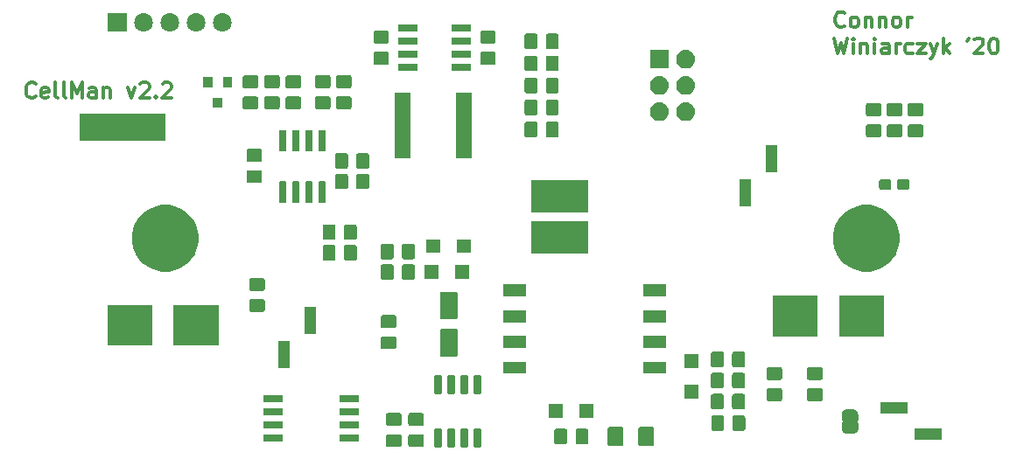
<source format=gbr>
G04 #@! TF.GenerationSoftware,KiCad,Pcbnew,(5.1.4)-1*
G04 #@! TF.CreationDate,2020-02-04T14:44:49-05:00*
G04 #@! TF.ProjectId,CellMan,43656c6c-4d61-46e2-9e6b-696361645f70,2.0*
G04 #@! TF.SameCoordinates,Original*
G04 #@! TF.FileFunction,Soldermask,Top*
G04 #@! TF.FilePolarity,Negative*
%FSLAX46Y46*%
G04 Gerber Fmt 4.6, Leading zero omitted, Abs format (unit mm)*
G04 Created by KiCad (PCBNEW (5.1.4)-1) date 2020-02-04 14:44:49*
%MOMM*%
%LPD*%
G04 APERTURE LIST*
%ADD10C,0.300000*%
%ADD11C,0.100000*%
G04 APERTURE END LIST*
D10*
X173609285Y-84440714D02*
X173537857Y-84512142D01*
X173323571Y-84583571D01*
X173180714Y-84583571D01*
X172966428Y-84512142D01*
X172823571Y-84369285D01*
X172752142Y-84226428D01*
X172680714Y-83940714D01*
X172680714Y-83726428D01*
X172752142Y-83440714D01*
X172823571Y-83297857D01*
X172966428Y-83155000D01*
X173180714Y-83083571D01*
X173323571Y-83083571D01*
X173537857Y-83155000D01*
X173609285Y-83226428D01*
X174466428Y-84583571D02*
X174323571Y-84512142D01*
X174252142Y-84440714D01*
X174180714Y-84297857D01*
X174180714Y-83869285D01*
X174252142Y-83726428D01*
X174323571Y-83655000D01*
X174466428Y-83583571D01*
X174680714Y-83583571D01*
X174823571Y-83655000D01*
X174895000Y-83726428D01*
X174966428Y-83869285D01*
X174966428Y-84297857D01*
X174895000Y-84440714D01*
X174823571Y-84512142D01*
X174680714Y-84583571D01*
X174466428Y-84583571D01*
X175609285Y-83583571D02*
X175609285Y-84583571D01*
X175609285Y-83726428D02*
X175680714Y-83655000D01*
X175823571Y-83583571D01*
X176037857Y-83583571D01*
X176180714Y-83655000D01*
X176252142Y-83797857D01*
X176252142Y-84583571D01*
X176966428Y-83583571D02*
X176966428Y-84583571D01*
X176966428Y-83726428D02*
X177037857Y-83655000D01*
X177180714Y-83583571D01*
X177395000Y-83583571D01*
X177537857Y-83655000D01*
X177609285Y-83797857D01*
X177609285Y-84583571D01*
X178537857Y-84583571D02*
X178395000Y-84512142D01*
X178323571Y-84440714D01*
X178252142Y-84297857D01*
X178252142Y-83869285D01*
X178323571Y-83726428D01*
X178395000Y-83655000D01*
X178537857Y-83583571D01*
X178752142Y-83583571D01*
X178895000Y-83655000D01*
X178966428Y-83726428D01*
X179037857Y-83869285D01*
X179037857Y-84297857D01*
X178966428Y-84440714D01*
X178895000Y-84512142D01*
X178752142Y-84583571D01*
X178537857Y-84583571D01*
X179680714Y-84583571D02*
X179680714Y-83583571D01*
X179680714Y-83869285D02*
X179752142Y-83726428D01*
X179823571Y-83655000D01*
X179966428Y-83583571D01*
X180109285Y-83583571D01*
X172609285Y-85633571D02*
X172966428Y-87133571D01*
X173252142Y-86062142D01*
X173537857Y-87133571D01*
X173895000Y-85633571D01*
X174466428Y-87133571D02*
X174466428Y-86133571D01*
X174466428Y-85633571D02*
X174395000Y-85705000D01*
X174466428Y-85776428D01*
X174537857Y-85705000D01*
X174466428Y-85633571D01*
X174466428Y-85776428D01*
X175180714Y-86133571D02*
X175180714Y-87133571D01*
X175180714Y-86276428D02*
X175252142Y-86205000D01*
X175395000Y-86133571D01*
X175609285Y-86133571D01*
X175752142Y-86205000D01*
X175823571Y-86347857D01*
X175823571Y-87133571D01*
X176537857Y-87133571D02*
X176537857Y-86133571D01*
X176537857Y-85633571D02*
X176466428Y-85705000D01*
X176537857Y-85776428D01*
X176609285Y-85705000D01*
X176537857Y-85633571D01*
X176537857Y-85776428D01*
X177895000Y-87133571D02*
X177895000Y-86347857D01*
X177823571Y-86205000D01*
X177680714Y-86133571D01*
X177395000Y-86133571D01*
X177252142Y-86205000D01*
X177895000Y-87062142D02*
X177752142Y-87133571D01*
X177395000Y-87133571D01*
X177252142Y-87062142D01*
X177180714Y-86919285D01*
X177180714Y-86776428D01*
X177252142Y-86633571D01*
X177395000Y-86562142D01*
X177752142Y-86562142D01*
X177895000Y-86490714D01*
X178609285Y-87133571D02*
X178609285Y-86133571D01*
X178609285Y-86419285D02*
X178680714Y-86276428D01*
X178752142Y-86205000D01*
X178895000Y-86133571D01*
X179037857Y-86133571D01*
X180180714Y-87062142D02*
X180037857Y-87133571D01*
X179752142Y-87133571D01*
X179609285Y-87062142D01*
X179537857Y-86990714D01*
X179466428Y-86847857D01*
X179466428Y-86419285D01*
X179537857Y-86276428D01*
X179609285Y-86205000D01*
X179752142Y-86133571D01*
X180037857Y-86133571D01*
X180180714Y-86205000D01*
X180680714Y-86133571D02*
X181466428Y-86133571D01*
X180680714Y-87133571D01*
X181466428Y-87133571D01*
X181895000Y-86133571D02*
X182252142Y-87133571D01*
X182609285Y-86133571D02*
X182252142Y-87133571D01*
X182109285Y-87490714D01*
X182037857Y-87562142D01*
X181895000Y-87633571D01*
X183180714Y-87133571D02*
X183180714Y-85633571D01*
X183323571Y-86562142D02*
X183752142Y-87133571D01*
X183752142Y-86133571D02*
X183180714Y-86705000D01*
X185609285Y-85633571D02*
X185466428Y-85919285D01*
X186180714Y-85776428D02*
X186252142Y-85705000D01*
X186395000Y-85633571D01*
X186752142Y-85633571D01*
X186895000Y-85705000D01*
X186966428Y-85776428D01*
X187037857Y-85919285D01*
X187037857Y-86062142D01*
X186966428Y-86276428D01*
X186109285Y-87133571D01*
X187037857Y-87133571D01*
X187966428Y-85633571D02*
X188109285Y-85633571D01*
X188252142Y-85705000D01*
X188323571Y-85776428D01*
X188395000Y-85919285D01*
X188466428Y-86205000D01*
X188466428Y-86562142D01*
X188395000Y-86847857D01*
X188323571Y-86990714D01*
X188252142Y-87062142D01*
X188109285Y-87133571D01*
X187966428Y-87133571D01*
X187823571Y-87062142D01*
X187752142Y-86990714D01*
X187680714Y-86847857D01*
X187609285Y-86562142D01*
X187609285Y-86205000D01*
X187680714Y-85919285D01*
X187752142Y-85776428D01*
X187823571Y-85705000D01*
X187966428Y-85633571D01*
D11*
G36*
X107836660Y-95440880D02*
G01*
X99581660Y-95440880D01*
X99581660Y-92900880D01*
X107836660Y-92900880D01*
X107836660Y-95440880D01*
G37*
X107836660Y-95440880D02*
X99581660Y-95440880D01*
X99581660Y-92900880D01*
X107836660Y-92900880D01*
X107836660Y-95440880D01*
D10*
X95352857Y-91285714D02*
X95281428Y-91357142D01*
X95067142Y-91428571D01*
X94924285Y-91428571D01*
X94710000Y-91357142D01*
X94567142Y-91214285D01*
X94495714Y-91071428D01*
X94424285Y-90785714D01*
X94424285Y-90571428D01*
X94495714Y-90285714D01*
X94567142Y-90142857D01*
X94710000Y-90000000D01*
X94924285Y-89928571D01*
X95067142Y-89928571D01*
X95281428Y-90000000D01*
X95352857Y-90071428D01*
X96567142Y-91357142D02*
X96424285Y-91428571D01*
X96138571Y-91428571D01*
X95995714Y-91357142D01*
X95924285Y-91214285D01*
X95924285Y-90642857D01*
X95995714Y-90500000D01*
X96138571Y-90428571D01*
X96424285Y-90428571D01*
X96567142Y-90500000D01*
X96638571Y-90642857D01*
X96638571Y-90785714D01*
X95924285Y-90928571D01*
X97495714Y-91428571D02*
X97352857Y-91357142D01*
X97281428Y-91214285D01*
X97281428Y-89928571D01*
X98281428Y-91428571D02*
X98138571Y-91357142D01*
X98067142Y-91214285D01*
X98067142Y-89928571D01*
X98852857Y-91428571D02*
X98852857Y-89928571D01*
X99352857Y-91000000D01*
X99852857Y-89928571D01*
X99852857Y-91428571D01*
X101210000Y-91428571D02*
X101210000Y-90642857D01*
X101138571Y-90500000D01*
X100995714Y-90428571D01*
X100710000Y-90428571D01*
X100567142Y-90500000D01*
X101210000Y-91357142D02*
X101067142Y-91428571D01*
X100710000Y-91428571D01*
X100567142Y-91357142D01*
X100495714Y-91214285D01*
X100495714Y-91071428D01*
X100567142Y-90928571D01*
X100710000Y-90857142D01*
X101067142Y-90857142D01*
X101210000Y-90785714D01*
X101924285Y-90428571D02*
X101924285Y-91428571D01*
X101924285Y-90571428D02*
X101995714Y-90500000D01*
X102138571Y-90428571D01*
X102352857Y-90428571D01*
X102495714Y-90500000D01*
X102567142Y-90642857D01*
X102567142Y-91428571D01*
X104281428Y-90428571D02*
X104638571Y-91428571D01*
X104995714Y-90428571D01*
X105495714Y-90071428D02*
X105567142Y-90000000D01*
X105710000Y-89928571D01*
X106067142Y-89928571D01*
X106210000Y-90000000D01*
X106281428Y-90071428D01*
X106352857Y-90214285D01*
X106352857Y-90357142D01*
X106281428Y-90571428D01*
X105424285Y-91428571D01*
X106352857Y-91428571D01*
X106995714Y-91285714D02*
X107067142Y-91357142D01*
X106995714Y-91428571D01*
X106924285Y-91357142D01*
X106995714Y-91285714D01*
X106995714Y-91428571D01*
X107638571Y-90071428D02*
X107710000Y-90000000D01*
X107852857Y-89928571D01*
X108210000Y-89928571D01*
X108352857Y-90000000D01*
X108424285Y-90071428D01*
X108495714Y-90214285D01*
X108495714Y-90357142D01*
X108424285Y-90571428D01*
X107567142Y-91428571D01*
X108495714Y-91428571D01*
D11*
G36*
X138364928Y-123421764D02*
G01*
X138386009Y-123428160D01*
X138405445Y-123438548D01*
X138422476Y-123452524D01*
X138436452Y-123469555D01*
X138446840Y-123488991D01*
X138453236Y-123510072D01*
X138456000Y-123538140D01*
X138456000Y-125151860D01*
X138453236Y-125179928D01*
X138446840Y-125201009D01*
X138436452Y-125220445D01*
X138422476Y-125237476D01*
X138405445Y-125251452D01*
X138386009Y-125261840D01*
X138364928Y-125268236D01*
X138336860Y-125271000D01*
X137873140Y-125271000D01*
X137845072Y-125268236D01*
X137823991Y-125261840D01*
X137804555Y-125251452D01*
X137787524Y-125237476D01*
X137773548Y-125220445D01*
X137763160Y-125201009D01*
X137756764Y-125179928D01*
X137754000Y-125151860D01*
X137754000Y-123538140D01*
X137756764Y-123510072D01*
X137763160Y-123488991D01*
X137773548Y-123469555D01*
X137787524Y-123452524D01*
X137804555Y-123438548D01*
X137823991Y-123428160D01*
X137845072Y-123421764D01*
X137873140Y-123419000D01*
X138336860Y-123419000D01*
X138364928Y-123421764D01*
X138364928Y-123421764D01*
G37*
G36*
X137094928Y-123421764D02*
G01*
X137116009Y-123428160D01*
X137135445Y-123438548D01*
X137152476Y-123452524D01*
X137166452Y-123469555D01*
X137176840Y-123488991D01*
X137183236Y-123510072D01*
X137186000Y-123538140D01*
X137186000Y-125151860D01*
X137183236Y-125179928D01*
X137176840Y-125201009D01*
X137166452Y-125220445D01*
X137152476Y-125237476D01*
X137135445Y-125251452D01*
X137116009Y-125261840D01*
X137094928Y-125268236D01*
X137066860Y-125271000D01*
X136603140Y-125271000D01*
X136575072Y-125268236D01*
X136553991Y-125261840D01*
X136534555Y-125251452D01*
X136517524Y-125237476D01*
X136503548Y-125220445D01*
X136493160Y-125201009D01*
X136486764Y-125179928D01*
X136484000Y-125151860D01*
X136484000Y-123538140D01*
X136486764Y-123510072D01*
X136493160Y-123488991D01*
X136503548Y-123469555D01*
X136517524Y-123452524D01*
X136534555Y-123438548D01*
X136553991Y-123428160D01*
X136575072Y-123421764D01*
X136603140Y-123419000D01*
X137066860Y-123419000D01*
X137094928Y-123421764D01*
X137094928Y-123421764D01*
G37*
G36*
X134554928Y-123421764D02*
G01*
X134576009Y-123428160D01*
X134595445Y-123438548D01*
X134612476Y-123452524D01*
X134626452Y-123469555D01*
X134636840Y-123488991D01*
X134643236Y-123510072D01*
X134646000Y-123538140D01*
X134646000Y-125151860D01*
X134643236Y-125179928D01*
X134636840Y-125201009D01*
X134626452Y-125220445D01*
X134612476Y-125237476D01*
X134595445Y-125251452D01*
X134576009Y-125261840D01*
X134554928Y-125268236D01*
X134526860Y-125271000D01*
X134063140Y-125271000D01*
X134035072Y-125268236D01*
X134013991Y-125261840D01*
X133994555Y-125251452D01*
X133977524Y-125237476D01*
X133963548Y-125220445D01*
X133953160Y-125201009D01*
X133946764Y-125179928D01*
X133944000Y-125151860D01*
X133944000Y-123538140D01*
X133946764Y-123510072D01*
X133953160Y-123488991D01*
X133963548Y-123469555D01*
X133977524Y-123452524D01*
X133994555Y-123438548D01*
X134013991Y-123428160D01*
X134035072Y-123421764D01*
X134063140Y-123419000D01*
X134526860Y-123419000D01*
X134554928Y-123421764D01*
X134554928Y-123421764D01*
G37*
G36*
X135824928Y-123421764D02*
G01*
X135846009Y-123428160D01*
X135865445Y-123438548D01*
X135882476Y-123452524D01*
X135896452Y-123469555D01*
X135906840Y-123488991D01*
X135913236Y-123510072D01*
X135916000Y-123538140D01*
X135916000Y-125151860D01*
X135913236Y-125179928D01*
X135906840Y-125201009D01*
X135896452Y-125220445D01*
X135882476Y-125237476D01*
X135865445Y-125251452D01*
X135846009Y-125261840D01*
X135824928Y-125268236D01*
X135796860Y-125271000D01*
X135333140Y-125271000D01*
X135305072Y-125268236D01*
X135283991Y-125261840D01*
X135264555Y-125251452D01*
X135247524Y-125237476D01*
X135233548Y-125220445D01*
X135223160Y-125201009D01*
X135216764Y-125179928D01*
X135214000Y-125151860D01*
X135214000Y-123538140D01*
X135216764Y-123510072D01*
X135223160Y-123488991D01*
X135233548Y-123469555D01*
X135247524Y-123452524D01*
X135264555Y-123438548D01*
X135283991Y-123428160D01*
X135305072Y-123421764D01*
X135333140Y-123419000D01*
X135796860Y-123419000D01*
X135824928Y-123421764D01*
X135824928Y-123421764D01*
G37*
G36*
X132748674Y-123978465D02*
G01*
X132786367Y-123989899D01*
X132821103Y-124008466D01*
X132851548Y-124033452D01*
X132876534Y-124063897D01*
X132895101Y-124098633D01*
X132906535Y-124136326D01*
X132911000Y-124181661D01*
X132911000Y-125018339D01*
X132906535Y-125063674D01*
X132895101Y-125101367D01*
X132876534Y-125136103D01*
X132851548Y-125166548D01*
X132821103Y-125191534D01*
X132786367Y-125210101D01*
X132748674Y-125221535D01*
X132703339Y-125226000D01*
X131616661Y-125226000D01*
X131571326Y-125221535D01*
X131533633Y-125210101D01*
X131498897Y-125191534D01*
X131468452Y-125166548D01*
X131443466Y-125136103D01*
X131424899Y-125101367D01*
X131413465Y-125063674D01*
X131409000Y-125018339D01*
X131409000Y-124181661D01*
X131413465Y-124136326D01*
X131424899Y-124098633D01*
X131443466Y-124063897D01*
X131468452Y-124033452D01*
X131498897Y-124008466D01*
X131533633Y-123989899D01*
X131571326Y-123978465D01*
X131616661Y-123974000D01*
X132703339Y-123974000D01*
X132748674Y-123978465D01*
X132748674Y-123978465D01*
G37*
G36*
X130598674Y-123978465D02*
G01*
X130636367Y-123989899D01*
X130671103Y-124008466D01*
X130701548Y-124033452D01*
X130726534Y-124063897D01*
X130745101Y-124098633D01*
X130756535Y-124136326D01*
X130761000Y-124181661D01*
X130761000Y-125018339D01*
X130756535Y-125063674D01*
X130745101Y-125101367D01*
X130726534Y-125136103D01*
X130701548Y-125166548D01*
X130671103Y-125191534D01*
X130636367Y-125210101D01*
X130598674Y-125221535D01*
X130553339Y-125226000D01*
X129466661Y-125226000D01*
X129421326Y-125221535D01*
X129383633Y-125210101D01*
X129348897Y-125191534D01*
X129318452Y-125166548D01*
X129293466Y-125136103D01*
X129274899Y-125101367D01*
X129263465Y-125063674D01*
X129259000Y-125018339D01*
X129259000Y-124181661D01*
X129263465Y-124136326D01*
X129274899Y-124098633D01*
X129293466Y-124063897D01*
X129318452Y-124033452D01*
X129348897Y-124008466D01*
X129383633Y-123989899D01*
X129421326Y-123978465D01*
X129466661Y-123974000D01*
X130553339Y-123974000D01*
X130598674Y-123978465D01*
X130598674Y-123978465D01*
G37*
G36*
X152065562Y-123278181D02*
G01*
X152100481Y-123288774D01*
X152132663Y-123305976D01*
X152160873Y-123329127D01*
X152184024Y-123357337D01*
X152201226Y-123389519D01*
X152211819Y-123424438D01*
X152216000Y-123466895D01*
X152216000Y-124933105D01*
X152211819Y-124975562D01*
X152201226Y-125010481D01*
X152184024Y-125042663D01*
X152160873Y-125070873D01*
X152132663Y-125094024D01*
X152100481Y-125111226D01*
X152065562Y-125121819D01*
X152023105Y-125126000D01*
X150881895Y-125126000D01*
X150839438Y-125121819D01*
X150804519Y-125111226D01*
X150772337Y-125094024D01*
X150744127Y-125070873D01*
X150720976Y-125042663D01*
X150703774Y-125010481D01*
X150693181Y-124975562D01*
X150689000Y-124933105D01*
X150689000Y-123466895D01*
X150693181Y-123424438D01*
X150703774Y-123389519D01*
X150720976Y-123357337D01*
X150744127Y-123329127D01*
X150772337Y-123305976D01*
X150804519Y-123288774D01*
X150839438Y-123278181D01*
X150881895Y-123274000D01*
X152023105Y-123274000D01*
X152065562Y-123278181D01*
X152065562Y-123278181D01*
G37*
G36*
X155040562Y-123278181D02*
G01*
X155075481Y-123288774D01*
X155107663Y-123305976D01*
X155135873Y-123329127D01*
X155159024Y-123357337D01*
X155176226Y-123389519D01*
X155186819Y-123424438D01*
X155191000Y-123466895D01*
X155191000Y-124933105D01*
X155186819Y-124975562D01*
X155176226Y-125010481D01*
X155159024Y-125042663D01*
X155135873Y-125070873D01*
X155107663Y-125094024D01*
X155075481Y-125111226D01*
X155040562Y-125121819D01*
X154998105Y-125126000D01*
X153856895Y-125126000D01*
X153814438Y-125121819D01*
X153779519Y-125111226D01*
X153747337Y-125094024D01*
X153719127Y-125070873D01*
X153695976Y-125042663D01*
X153678774Y-125010481D01*
X153668181Y-124975562D01*
X153664000Y-124933105D01*
X153664000Y-123466895D01*
X153668181Y-123424438D01*
X153678774Y-123389519D01*
X153695976Y-123357337D01*
X153719127Y-123329127D01*
X153747337Y-123305976D01*
X153779519Y-123288774D01*
X153814438Y-123278181D01*
X153856895Y-123274000D01*
X154998105Y-123274000D01*
X155040562Y-123278181D01*
X155040562Y-123278181D01*
G37*
G36*
X148678674Y-123453465D02*
G01*
X148716367Y-123464899D01*
X148751103Y-123483466D01*
X148781548Y-123508452D01*
X148806534Y-123538897D01*
X148825101Y-123573633D01*
X148836535Y-123611326D01*
X148841000Y-123656661D01*
X148841000Y-124743339D01*
X148836535Y-124788674D01*
X148825101Y-124826367D01*
X148806534Y-124861103D01*
X148781548Y-124891548D01*
X148751103Y-124916534D01*
X148716367Y-124935101D01*
X148678674Y-124946535D01*
X148633339Y-124951000D01*
X147796661Y-124951000D01*
X147751326Y-124946535D01*
X147713633Y-124935101D01*
X147678897Y-124916534D01*
X147648452Y-124891548D01*
X147623466Y-124861103D01*
X147604899Y-124826367D01*
X147593465Y-124788674D01*
X147589000Y-124743339D01*
X147589000Y-123656661D01*
X147593465Y-123611326D01*
X147604899Y-123573633D01*
X147623466Y-123538897D01*
X147648452Y-123508452D01*
X147678897Y-123483466D01*
X147713633Y-123464899D01*
X147751326Y-123453465D01*
X147796661Y-123449000D01*
X148633339Y-123449000D01*
X148678674Y-123453465D01*
X148678674Y-123453465D01*
G37*
G36*
X146628674Y-123453465D02*
G01*
X146666367Y-123464899D01*
X146701103Y-123483466D01*
X146731548Y-123508452D01*
X146756534Y-123538897D01*
X146775101Y-123573633D01*
X146786535Y-123611326D01*
X146791000Y-123656661D01*
X146791000Y-124743339D01*
X146786535Y-124788674D01*
X146775101Y-124826367D01*
X146756534Y-124861103D01*
X146731548Y-124891548D01*
X146701103Y-124916534D01*
X146666367Y-124935101D01*
X146628674Y-124946535D01*
X146583339Y-124951000D01*
X145746661Y-124951000D01*
X145701326Y-124946535D01*
X145663633Y-124935101D01*
X145628897Y-124916534D01*
X145598452Y-124891548D01*
X145573466Y-124861103D01*
X145554899Y-124826367D01*
X145543465Y-124788674D01*
X145539000Y-124743339D01*
X145539000Y-123656661D01*
X145543465Y-123611326D01*
X145554899Y-123573633D01*
X145573466Y-123538897D01*
X145598452Y-123508452D01*
X145628897Y-123483466D01*
X145663633Y-123464899D01*
X145701326Y-123453465D01*
X145746661Y-123449000D01*
X146583339Y-123449000D01*
X146628674Y-123453465D01*
X146628674Y-123453465D01*
G37*
G36*
X119226000Y-124691000D02*
G01*
X117374000Y-124691000D01*
X117374000Y-124039000D01*
X119226000Y-124039000D01*
X119226000Y-124691000D01*
X119226000Y-124691000D01*
G37*
G36*
X126626000Y-124691000D02*
G01*
X124774000Y-124691000D01*
X124774000Y-124039000D01*
X126626000Y-124039000D01*
X126626000Y-124691000D01*
X126626000Y-124691000D01*
G37*
G36*
X183031000Y-124531000D02*
G01*
X180419000Y-124531000D01*
X180419000Y-123429000D01*
X183031000Y-123429000D01*
X183031000Y-124531000D01*
X183031000Y-124531000D01*
G37*
G36*
X174402199Y-121549954D02*
G01*
X174414450Y-121550556D01*
X174432869Y-121550556D01*
X174455149Y-121552750D01*
X174539233Y-121569476D01*
X174560660Y-121575976D01*
X174639858Y-121608780D01*
X174645303Y-121611691D01*
X174645309Y-121611693D01*
X174654169Y-121616429D01*
X174654173Y-121616432D01*
X174659614Y-121619340D01*
X174730899Y-121666971D01*
X174748204Y-121681172D01*
X174808828Y-121741796D01*
X174823029Y-121759101D01*
X174870660Y-121830386D01*
X174873568Y-121835827D01*
X174873571Y-121835831D01*
X174878307Y-121844691D01*
X174878309Y-121844697D01*
X174881220Y-121850142D01*
X174914024Y-121929340D01*
X174920524Y-121950767D01*
X174937250Y-122034851D01*
X174939444Y-122057131D01*
X174939444Y-122075550D01*
X174940046Y-122087801D01*
X174941852Y-122106139D01*
X174941852Y-122593860D01*
X174940263Y-122609999D01*
X174937348Y-122619608D01*
X174932610Y-122628472D01*
X174926237Y-122636237D01*
X174913794Y-122646448D01*
X174903425Y-122653378D01*
X174886098Y-122670705D01*
X174872485Y-122691080D01*
X174863109Y-122713720D01*
X174858329Y-122737753D01*
X174858330Y-122762257D01*
X174863112Y-122786290D01*
X174872490Y-122808929D01*
X174886105Y-122829302D01*
X174903432Y-122846629D01*
X174913802Y-122853558D01*
X174926237Y-122863763D01*
X174932610Y-122871528D01*
X174937348Y-122880392D01*
X174940263Y-122890001D01*
X174941852Y-122906140D01*
X174941852Y-123393862D01*
X174940046Y-123412199D01*
X174939444Y-123424450D01*
X174939444Y-123442869D01*
X174937250Y-123465149D01*
X174920524Y-123549233D01*
X174914024Y-123570660D01*
X174881220Y-123649858D01*
X174878309Y-123655303D01*
X174878307Y-123655309D01*
X174873571Y-123664169D01*
X174873568Y-123664173D01*
X174870660Y-123669614D01*
X174823029Y-123740899D01*
X174808828Y-123758204D01*
X174748204Y-123818828D01*
X174730899Y-123833029D01*
X174659614Y-123880660D01*
X174654173Y-123883568D01*
X174654169Y-123883571D01*
X174645309Y-123888307D01*
X174645303Y-123888309D01*
X174639858Y-123891220D01*
X174560660Y-123924024D01*
X174539233Y-123930524D01*
X174455149Y-123947250D01*
X174432869Y-123949444D01*
X174414450Y-123949444D01*
X174402199Y-123950046D01*
X174383862Y-123951852D01*
X173896138Y-123951852D01*
X173877801Y-123950046D01*
X173865550Y-123949444D01*
X173847131Y-123949444D01*
X173824851Y-123947250D01*
X173740767Y-123930524D01*
X173719340Y-123924024D01*
X173640142Y-123891220D01*
X173634697Y-123888309D01*
X173634691Y-123888307D01*
X173625831Y-123883571D01*
X173625827Y-123883568D01*
X173620386Y-123880660D01*
X173549101Y-123833029D01*
X173531796Y-123818828D01*
X173471172Y-123758204D01*
X173456971Y-123740899D01*
X173409340Y-123669614D01*
X173406432Y-123664173D01*
X173406429Y-123664169D01*
X173401693Y-123655309D01*
X173401691Y-123655303D01*
X173398780Y-123649858D01*
X173365976Y-123570660D01*
X173359476Y-123549233D01*
X173342750Y-123465149D01*
X173340556Y-123442869D01*
X173340556Y-123424450D01*
X173339954Y-123412199D01*
X173338148Y-123393862D01*
X173338148Y-122906140D01*
X173339737Y-122890001D01*
X173342652Y-122880392D01*
X173347390Y-122871528D01*
X173353763Y-122863763D01*
X173366206Y-122853552D01*
X173376575Y-122846622D01*
X173393902Y-122829295D01*
X173407515Y-122808920D01*
X173416891Y-122786280D01*
X173421671Y-122762247D01*
X173421670Y-122737743D01*
X173416888Y-122713710D01*
X173407510Y-122691071D01*
X173393895Y-122670698D01*
X173376568Y-122653371D01*
X173366198Y-122646442D01*
X173353763Y-122636237D01*
X173347390Y-122628472D01*
X173342652Y-122619608D01*
X173339737Y-122609999D01*
X173338148Y-122593860D01*
X173338148Y-122106139D01*
X173339954Y-122087801D01*
X173340556Y-122075550D01*
X173340556Y-122057131D01*
X173342750Y-122034851D01*
X173359476Y-121950767D01*
X173365976Y-121929340D01*
X173398780Y-121850142D01*
X173401691Y-121844697D01*
X173401693Y-121844691D01*
X173406429Y-121835831D01*
X173406432Y-121835827D01*
X173409340Y-121830386D01*
X173456971Y-121759101D01*
X173471172Y-121741796D01*
X173531796Y-121681172D01*
X173549101Y-121666971D01*
X173620386Y-121619340D01*
X173625827Y-121616432D01*
X173625831Y-121616429D01*
X173634691Y-121611693D01*
X173634697Y-121611691D01*
X173640142Y-121608780D01*
X173719340Y-121575976D01*
X173740767Y-121569476D01*
X173824851Y-121552750D01*
X173847131Y-121550556D01*
X173865550Y-121550556D01*
X173877801Y-121549954D01*
X173896139Y-121548148D01*
X174383861Y-121548148D01*
X174402199Y-121549954D01*
X174402199Y-121549954D01*
G37*
G36*
X163850174Y-122158705D02*
G01*
X163887867Y-122170139D01*
X163922603Y-122188706D01*
X163953048Y-122213692D01*
X163978034Y-122244137D01*
X163996601Y-122278873D01*
X164008035Y-122316566D01*
X164012500Y-122361901D01*
X164012500Y-123448579D01*
X164008035Y-123493914D01*
X163996601Y-123531607D01*
X163978034Y-123566343D01*
X163953048Y-123596788D01*
X163922603Y-123621774D01*
X163887867Y-123640341D01*
X163850174Y-123651775D01*
X163804839Y-123656240D01*
X162968161Y-123656240D01*
X162922826Y-123651775D01*
X162885133Y-123640341D01*
X162850397Y-123621774D01*
X162819952Y-123596788D01*
X162794966Y-123566343D01*
X162776399Y-123531607D01*
X162764965Y-123493914D01*
X162760500Y-123448579D01*
X162760500Y-122361901D01*
X162764965Y-122316566D01*
X162776399Y-122278873D01*
X162794966Y-122244137D01*
X162819952Y-122213692D01*
X162850397Y-122188706D01*
X162885133Y-122170139D01*
X162922826Y-122158705D01*
X162968161Y-122154240D01*
X163804839Y-122154240D01*
X163850174Y-122158705D01*
X163850174Y-122158705D01*
G37*
G36*
X161800174Y-122158705D02*
G01*
X161837867Y-122170139D01*
X161872603Y-122188706D01*
X161903048Y-122213692D01*
X161928034Y-122244137D01*
X161946601Y-122278873D01*
X161958035Y-122316566D01*
X161962500Y-122361901D01*
X161962500Y-123448579D01*
X161958035Y-123493914D01*
X161946601Y-123531607D01*
X161928034Y-123566343D01*
X161903048Y-123596788D01*
X161872603Y-123621774D01*
X161837867Y-123640341D01*
X161800174Y-123651775D01*
X161754839Y-123656240D01*
X160918161Y-123656240D01*
X160872826Y-123651775D01*
X160835133Y-123640341D01*
X160800397Y-123621774D01*
X160769952Y-123596788D01*
X160744966Y-123566343D01*
X160726399Y-123531607D01*
X160714965Y-123493914D01*
X160710500Y-123448579D01*
X160710500Y-122361901D01*
X160714965Y-122316566D01*
X160726399Y-122278873D01*
X160744966Y-122244137D01*
X160769952Y-122213692D01*
X160800397Y-122188706D01*
X160835133Y-122170139D01*
X160872826Y-122158705D01*
X160918161Y-122154240D01*
X161754839Y-122154240D01*
X161800174Y-122158705D01*
X161800174Y-122158705D01*
G37*
G36*
X126626000Y-123421000D02*
G01*
X124774000Y-123421000D01*
X124774000Y-122769000D01*
X126626000Y-122769000D01*
X126626000Y-123421000D01*
X126626000Y-123421000D01*
G37*
G36*
X119226000Y-123421000D02*
G01*
X117374000Y-123421000D01*
X117374000Y-122769000D01*
X119226000Y-122769000D01*
X119226000Y-123421000D01*
X119226000Y-123421000D01*
G37*
G36*
X132748674Y-121928465D02*
G01*
X132786367Y-121939899D01*
X132821103Y-121958466D01*
X132851548Y-121983452D01*
X132876534Y-122013897D01*
X132895101Y-122048633D01*
X132906535Y-122086326D01*
X132911000Y-122131661D01*
X132911000Y-122968339D01*
X132906535Y-123013674D01*
X132895101Y-123051367D01*
X132876534Y-123086103D01*
X132851548Y-123116548D01*
X132821103Y-123141534D01*
X132786367Y-123160101D01*
X132748674Y-123171535D01*
X132703339Y-123176000D01*
X131616661Y-123176000D01*
X131571326Y-123171535D01*
X131533633Y-123160101D01*
X131498897Y-123141534D01*
X131468452Y-123116548D01*
X131443466Y-123086103D01*
X131424899Y-123051367D01*
X131413465Y-123013674D01*
X131409000Y-122968339D01*
X131409000Y-122131661D01*
X131413465Y-122086326D01*
X131424899Y-122048633D01*
X131443466Y-122013897D01*
X131468452Y-121983452D01*
X131498897Y-121958466D01*
X131533633Y-121939899D01*
X131571326Y-121928465D01*
X131616661Y-121924000D01*
X132703339Y-121924000D01*
X132748674Y-121928465D01*
X132748674Y-121928465D01*
G37*
G36*
X130598674Y-121928465D02*
G01*
X130636367Y-121939899D01*
X130671103Y-121958466D01*
X130701548Y-121983452D01*
X130726534Y-122013897D01*
X130745101Y-122048633D01*
X130756535Y-122086326D01*
X130761000Y-122131661D01*
X130761000Y-122968339D01*
X130756535Y-123013674D01*
X130745101Y-123051367D01*
X130726534Y-123086103D01*
X130701548Y-123116548D01*
X130671103Y-123141534D01*
X130636367Y-123160101D01*
X130598674Y-123171535D01*
X130553339Y-123176000D01*
X129466661Y-123176000D01*
X129421326Y-123171535D01*
X129383633Y-123160101D01*
X129348897Y-123141534D01*
X129318452Y-123116548D01*
X129293466Y-123086103D01*
X129274899Y-123051367D01*
X129263465Y-123013674D01*
X129259000Y-122968339D01*
X129259000Y-122131661D01*
X129263465Y-122086326D01*
X129274899Y-122048633D01*
X129293466Y-122013897D01*
X129318452Y-121983452D01*
X129348897Y-121958466D01*
X129383633Y-121939899D01*
X129421326Y-121928465D01*
X129466661Y-121924000D01*
X130553339Y-121924000D01*
X130598674Y-121928465D01*
X130598674Y-121928465D01*
G37*
G36*
X149341000Y-122391000D02*
G01*
X147989000Y-122391000D01*
X147989000Y-121069000D01*
X149341000Y-121069000D01*
X149341000Y-122391000D01*
X149341000Y-122391000D01*
G37*
G36*
X146391000Y-122391000D02*
G01*
X145039000Y-122391000D01*
X145039000Y-121069000D01*
X146391000Y-121069000D01*
X146391000Y-122391000D01*
X146391000Y-122391000D01*
G37*
G36*
X119226000Y-122151000D02*
G01*
X117374000Y-122151000D01*
X117374000Y-121499000D01*
X119226000Y-121499000D01*
X119226000Y-122151000D01*
X119226000Y-122151000D01*
G37*
G36*
X126626000Y-122151000D02*
G01*
X124774000Y-122151000D01*
X124774000Y-121499000D01*
X126626000Y-121499000D01*
X126626000Y-122151000D01*
X126626000Y-122151000D01*
G37*
G36*
X179721000Y-121991000D02*
G01*
X177109000Y-121991000D01*
X177109000Y-120889000D01*
X179721000Y-120889000D01*
X179721000Y-121991000D01*
X179721000Y-121991000D01*
G37*
G36*
X163827674Y-120073785D02*
G01*
X163865367Y-120085219D01*
X163900103Y-120103786D01*
X163930548Y-120128772D01*
X163955534Y-120159217D01*
X163974101Y-120193953D01*
X163985535Y-120231646D01*
X163990000Y-120276981D01*
X163990000Y-121363659D01*
X163985535Y-121408994D01*
X163974101Y-121446687D01*
X163955534Y-121481423D01*
X163930548Y-121511868D01*
X163900103Y-121536854D01*
X163865367Y-121555421D01*
X163827674Y-121566855D01*
X163782339Y-121571320D01*
X162945661Y-121571320D01*
X162900326Y-121566855D01*
X162862633Y-121555421D01*
X162827897Y-121536854D01*
X162797452Y-121511868D01*
X162772466Y-121481423D01*
X162753899Y-121446687D01*
X162742465Y-121408994D01*
X162738000Y-121363659D01*
X162738000Y-120276981D01*
X162742465Y-120231646D01*
X162753899Y-120193953D01*
X162772466Y-120159217D01*
X162797452Y-120128772D01*
X162827897Y-120103786D01*
X162862633Y-120085219D01*
X162900326Y-120073785D01*
X162945661Y-120069320D01*
X163782339Y-120069320D01*
X163827674Y-120073785D01*
X163827674Y-120073785D01*
G37*
G36*
X161777674Y-120073785D02*
G01*
X161815367Y-120085219D01*
X161850103Y-120103786D01*
X161880548Y-120128772D01*
X161905534Y-120159217D01*
X161924101Y-120193953D01*
X161935535Y-120231646D01*
X161940000Y-120276981D01*
X161940000Y-121363659D01*
X161935535Y-121408994D01*
X161924101Y-121446687D01*
X161905534Y-121481423D01*
X161880548Y-121511868D01*
X161850103Y-121536854D01*
X161815367Y-121555421D01*
X161777674Y-121566855D01*
X161732339Y-121571320D01*
X160895661Y-121571320D01*
X160850326Y-121566855D01*
X160812633Y-121555421D01*
X160777897Y-121536854D01*
X160747452Y-121511868D01*
X160722466Y-121481423D01*
X160703899Y-121446687D01*
X160692465Y-121408994D01*
X160688000Y-121363659D01*
X160688000Y-120276981D01*
X160692465Y-120231646D01*
X160703899Y-120193953D01*
X160722466Y-120159217D01*
X160747452Y-120128772D01*
X160777897Y-120103786D01*
X160812633Y-120085219D01*
X160850326Y-120073785D01*
X160895661Y-120069320D01*
X161732339Y-120069320D01*
X161777674Y-120073785D01*
X161777674Y-120073785D01*
G37*
G36*
X126626000Y-120881000D02*
G01*
X124774000Y-120881000D01*
X124774000Y-120229000D01*
X126626000Y-120229000D01*
X126626000Y-120881000D01*
X126626000Y-120881000D01*
G37*
G36*
X119226000Y-120881000D02*
G01*
X117374000Y-120881000D01*
X117374000Y-120229000D01*
X119226000Y-120229000D01*
X119226000Y-120881000D01*
X119226000Y-120881000D01*
G37*
G36*
X171328674Y-119529465D02*
G01*
X171366367Y-119540899D01*
X171401103Y-119559466D01*
X171431548Y-119584452D01*
X171456534Y-119614897D01*
X171475101Y-119649633D01*
X171486535Y-119687326D01*
X171491000Y-119732661D01*
X171491000Y-120569339D01*
X171486535Y-120614674D01*
X171475101Y-120652367D01*
X171456534Y-120687103D01*
X171431548Y-120717548D01*
X171401103Y-120742534D01*
X171366367Y-120761101D01*
X171328674Y-120772535D01*
X171283339Y-120777000D01*
X170196661Y-120777000D01*
X170151326Y-120772535D01*
X170113633Y-120761101D01*
X170078897Y-120742534D01*
X170048452Y-120717548D01*
X170023466Y-120687103D01*
X170004899Y-120652367D01*
X169993465Y-120614674D01*
X169989000Y-120569339D01*
X169989000Y-119732661D01*
X169993465Y-119687326D01*
X170004899Y-119649633D01*
X170023466Y-119614897D01*
X170048452Y-119584452D01*
X170078897Y-119559466D01*
X170113633Y-119540899D01*
X170151326Y-119529465D01*
X170196661Y-119525000D01*
X171283339Y-119525000D01*
X171328674Y-119529465D01*
X171328674Y-119529465D01*
G37*
G36*
X167416674Y-119529465D02*
G01*
X167454367Y-119540899D01*
X167489103Y-119559466D01*
X167519548Y-119584452D01*
X167544534Y-119614897D01*
X167563101Y-119649633D01*
X167574535Y-119687326D01*
X167579000Y-119732661D01*
X167579000Y-120569339D01*
X167574535Y-120614674D01*
X167563101Y-120652367D01*
X167544534Y-120687103D01*
X167519548Y-120717548D01*
X167489103Y-120742534D01*
X167454367Y-120761101D01*
X167416674Y-120772535D01*
X167371339Y-120777000D01*
X166284661Y-120777000D01*
X166239326Y-120772535D01*
X166201633Y-120761101D01*
X166166897Y-120742534D01*
X166136452Y-120717548D01*
X166111466Y-120687103D01*
X166092899Y-120652367D01*
X166081465Y-120614674D01*
X166077000Y-120569339D01*
X166077000Y-119732661D01*
X166081465Y-119687326D01*
X166092899Y-119649633D01*
X166111466Y-119614897D01*
X166136452Y-119584452D01*
X166166897Y-119559466D01*
X166201633Y-119540899D01*
X166239326Y-119529465D01*
X166284661Y-119525000D01*
X167371339Y-119525000D01*
X167416674Y-119529465D01*
X167416674Y-119529465D01*
G37*
G36*
X159451000Y-120501000D02*
G01*
X158129000Y-120501000D01*
X158129000Y-119149000D01*
X159451000Y-119149000D01*
X159451000Y-120501000D01*
X159451000Y-120501000D01*
G37*
G36*
X135824928Y-118271764D02*
G01*
X135846009Y-118278160D01*
X135865445Y-118288548D01*
X135882476Y-118302524D01*
X135896452Y-118319555D01*
X135906840Y-118338991D01*
X135913236Y-118360072D01*
X135916000Y-118388140D01*
X135916000Y-120001860D01*
X135913236Y-120029928D01*
X135906840Y-120051009D01*
X135896452Y-120070445D01*
X135882476Y-120087476D01*
X135865445Y-120101452D01*
X135846009Y-120111840D01*
X135824928Y-120118236D01*
X135796860Y-120121000D01*
X135333140Y-120121000D01*
X135305072Y-120118236D01*
X135283991Y-120111840D01*
X135264555Y-120101452D01*
X135247524Y-120087476D01*
X135233548Y-120070445D01*
X135223160Y-120051009D01*
X135216764Y-120029928D01*
X135214000Y-120001860D01*
X135214000Y-118388140D01*
X135216764Y-118360072D01*
X135223160Y-118338991D01*
X135233548Y-118319555D01*
X135247524Y-118302524D01*
X135264555Y-118288548D01*
X135283991Y-118278160D01*
X135305072Y-118271764D01*
X135333140Y-118269000D01*
X135796860Y-118269000D01*
X135824928Y-118271764D01*
X135824928Y-118271764D01*
G37*
G36*
X134554928Y-118271764D02*
G01*
X134576009Y-118278160D01*
X134595445Y-118288548D01*
X134612476Y-118302524D01*
X134626452Y-118319555D01*
X134636840Y-118338991D01*
X134643236Y-118360072D01*
X134646000Y-118388140D01*
X134646000Y-120001860D01*
X134643236Y-120029928D01*
X134636840Y-120051009D01*
X134626452Y-120070445D01*
X134612476Y-120087476D01*
X134595445Y-120101452D01*
X134576009Y-120111840D01*
X134554928Y-120118236D01*
X134526860Y-120121000D01*
X134063140Y-120121000D01*
X134035072Y-120118236D01*
X134013991Y-120111840D01*
X133994555Y-120101452D01*
X133977524Y-120087476D01*
X133963548Y-120070445D01*
X133953160Y-120051009D01*
X133946764Y-120029928D01*
X133944000Y-120001860D01*
X133944000Y-118388140D01*
X133946764Y-118360072D01*
X133953160Y-118338991D01*
X133963548Y-118319555D01*
X133977524Y-118302524D01*
X133994555Y-118288548D01*
X134013991Y-118278160D01*
X134035072Y-118271764D01*
X134063140Y-118269000D01*
X134526860Y-118269000D01*
X134554928Y-118271764D01*
X134554928Y-118271764D01*
G37*
G36*
X138364928Y-118271764D02*
G01*
X138386009Y-118278160D01*
X138405445Y-118288548D01*
X138422476Y-118302524D01*
X138436452Y-118319555D01*
X138446840Y-118338991D01*
X138453236Y-118360072D01*
X138456000Y-118388140D01*
X138456000Y-120001860D01*
X138453236Y-120029928D01*
X138446840Y-120051009D01*
X138436452Y-120070445D01*
X138422476Y-120087476D01*
X138405445Y-120101452D01*
X138386009Y-120111840D01*
X138364928Y-120118236D01*
X138336860Y-120121000D01*
X137873140Y-120121000D01*
X137845072Y-120118236D01*
X137823991Y-120111840D01*
X137804555Y-120101452D01*
X137787524Y-120087476D01*
X137773548Y-120070445D01*
X137763160Y-120051009D01*
X137756764Y-120029928D01*
X137754000Y-120001860D01*
X137754000Y-118388140D01*
X137756764Y-118360072D01*
X137763160Y-118338991D01*
X137773548Y-118319555D01*
X137787524Y-118302524D01*
X137804555Y-118288548D01*
X137823991Y-118278160D01*
X137845072Y-118271764D01*
X137873140Y-118269000D01*
X138336860Y-118269000D01*
X138364928Y-118271764D01*
X138364928Y-118271764D01*
G37*
G36*
X137094928Y-118271764D02*
G01*
X137116009Y-118278160D01*
X137135445Y-118288548D01*
X137152476Y-118302524D01*
X137166452Y-118319555D01*
X137176840Y-118338991D01*
X137183236Y-118360072D01*
X137186000Y-118388140D01*
X137186000Y-120001860D01*
X137183236Y-120029928D01*
X137176840Y-120051009D01*
X137166452Y-120070445D01*
X137152476Y-120087476D01*
X137135445Y-120101452D01*
X137116009Y-120111840D01*
X137094928Y-120118236D01*
X137066860Y-120121000D01*
X136603140Y-120121000D01*
X136575072Y-120118236D01*
X136553991Y-120111840D01*
X136534555Y-120101452D01*
X136517524Y-120087476D01*
X136503548Y-120070445D01*
X136493160Y-120051009D01*
X136486764Y-120029928D01*
X136484000Y-120001860D01*
X136484000Y-118388140D01*
X136486764Y-118360072D01*
X136493160Y-118338991D01*
X136503548Y-118319555D01*
X136517524Y-118302524D01*
X136534555Y-118288548D01*
X136553991Y-118278160D01*
X136575072Y-118271764D01*
X136603140Y-118269000D01*
X137066860Y-118269000D01*
X137094928Y-118271764D01*
X137094928Y-118271764D01*
G37*
G36*
X161777674Y-118033865D02*
G01*
X161815367Y-118045299D01*
X161850103Y-118063866D01*
X161880548Y-118088852D01*
X161905534Y-118119297D01*
X161924101Y-118154033D01*
X161935535Y-118191726D01*
X161940000Y-118237061D01*
X161940000Y-119323739D01*
X161935535Y-119369074D01*
X161924101Y-119406767D01*
X161905534Y-119441503D01*
X161880548Y-119471948D01*
X161850103Y-119496934D01*
X161815367Y-119515501D01*
X161777674Y-119526935D01*
X161732339Y-119531400D01*
X160895661Y-119531400D01*
X160850326Y-119526935D01*
X160812633Y-119515501D01*
X160777897Y-119496934D01*
X160747452Y-119471948D01*
X160722466Y-119441503D01*
X160703899Y-119406767D01*
X160692465Y-119369074D01*
X160688000Y-119323739D01*
X160688000Y-118237061D01*
X160692465Y-118191726D01*
X160703899Y-118154033D01*
X160722466Y-118119297D01*
X160747452Y-118088852D01*
X160777897Y-118063866D01*
X160812633Y-118045299D01*
X160850326Y-118033865D01*
X160895661Y-118029400D01*
X161732339Y-118029400D01*
X161777674Y-118033865D01*
X161777674Y-118033865D01*
G37*
G36*
X163827674Y-118033865D02*
G01*
X163865367Y-118045299D01*
X163900103Y-118063866D01*
X163930548Y-118088852D01*
X163955534Y-118119297D01*
X163974101Y-118154033D01*
X163985535Y-118191726D01*
X163990000Y-118237061D01*
X163990000Y-119323739D01*
X163985535Y-119369074D01*
X163974101Y-119406767D01*
X163955534Y-119441503D01*
X163930548Y-119471948D01*
X163900103Y-119496934D01*
X163865367Y-119515501D01*
X163827674Y-119526935D01*
X163782339Y-119531400D01*
X162945661Y-119531400D01*
X162900326Y-119526935D01*
X162862633Y-119515501D01*
X162827897Y-119496934D01*
X162797452Y-119471948D01*
X162772466Y-119441503D01*
X162753899Y-119406767D01*
X162742465Y-119369074D01*
X162738000Y-119323739D01*
X162738000Y-118237061D01*
X162742465Y-118191726D01*
X162753899Y-118154033D01*
X162772466Y-118119297D01*
X162797452Y-118088852D01*
X162827897Y-118063866D01*
X162862633Y-118045299D01*
X162900326Y-118033865D01*
X162945661Y-118029400D01*
X163782339Y-118029400D01*
X163827674Y-118033865D01*
X163827674Y-118033865D01*
G37*
G36*
X167416674Y-117479465D02*
G01*
X167454367Y-117490899D01*
X167489103Y-117509466D01*
X167519548Y-117534452D01*
X167544534Y-117564897D01*
X167563101Y-117599633D01*
X167574535Y-117637326D01*
X167579000Y-117682661D01*
X167579000Y-118519339D01*
X167574535Y-118564674D01*
X167563101Y-118602367D01*
X167544534Y-118637103D01*
X167519548Y-118667548D01*
X167489103Y-118692534D01*
X167454367Y-118711101D01*
X167416674Y-118722535D01*
X167371339Y-118727000D01*
X166284661Y-118727000D01*
X166239326Y-118722535D01*
X166201633Y-118711101D01*
X166166897Y-118692534D01*
X166136452Y-118667548D01*
X166111466Y-118637103D01*
X166092899Y-118602367D01*
X166081465Y-118564674D01*
X166077000Y-118519339D01*
X166077000Y-117682661D01*
X166081465Y-117637326D01*
X166092899Y-117599633D01*
X166111466Y-117564897D01*
X166136452Y-117534452D01*
X166166897Y-117509466D01*
X166201633Y-117490899D01*
X166239326Y-117479465D01*
X166284661Y-117475000D01*
X167371339Y-117475000D01*
X167416674Y-117479465D01*
X167416674Y-117479465D01*
G37*
G36*
X171328674Y-117479465D02*
G01*
X171366367Y-117490899D01*
X171401103Y-117509466D01*
X171431548Y-117534452D01*
X171456534Y-117564897D01*
X171475101Y-117599633D01*
X171486535Y-117637326D01*
X171491000Y-117682661D01*
X171491000Y-118519339D01*
X171486535Y-118564674D01*
X171475101Y-118602367D01*
X171456534Y-118637103D01*
X171431548Y-118667548D01*
X171401103Y-118692534D01*
X171366367Y-118711101D01*
X171328674Y-118722535D01*
X171283339Y-118727000D01*
X170196661Y-118727000D01*
X170151326Y-118722535D01*
X170113633Y-118711101D01*
X170078897Y-118692534D01*
X170048452Y-118667548D01*
X170023466Y-118637103D01*
X170004899Y-118602367D01*
X169993465Y-118564674D01*
X169989000Y-118519339D01*
X169989000Y-117682661D01*
X169993465Y-117637326D01*
X170004899Y-117599633D01*
X170023466Y-117564897D01*
X170048452Y-117534452D01*
X170078897Y-117509466D01*
X170113633Y-117490899D01*
X170151326Y-117479465D01*
X170196661Y-117475000D01*
X171283339Y-117475000D01*
X171328674Y-117479465D01*
X171328674Y-117479465D01*
G37*
G36*
X142781000Y-118121000D02*
G01*
X140599000Y-118121000D01*
X140599000Y-116949000D01*
X142781000Y-116949000D01*
X142781000Y-118121000D01*
X142781000Y-118121000D01*
G37*
G36*
X156341000Y-118121000D02*
G01*
X154159000Y-118121000D01*
X154159000Y-116949000D01*
X156341000Y-116949000D01*
X156341000Y-118121000D01*
X156341000Y-118121000D01*
G37*
G36*
X119911000Y-117571000D02*
G01*
X118809000Y-117571000D01*
X118809000Y-114959000D01*
X119911000Y-114959000D01*
X119911000Y-117571000D01*
X119911000Y-117571000D01*
G37*
G36*
X159451000Y-117551000D02*
G01*
X158129000Y-117551000D01*
X158129000Y-116199000D01*
X159451000Y-116199000D01*
X159451000Y-117551000D01*
X159451000Y-117551000D01*
G37*
G36*
X163827674Y-115993945D02*
G01*
X163865367Y-116005379D01*
X163900103Y-116023946D01*
X163930548Y-116048932D01*
X163955534Y-116079377D01*
X163974101Y-116114113D01*
X163985535Y-116151806D01*
X163990000Y-116197141D01*
X163990000Y-117283819D01*
X163985535Y-117329154D01*
X163974101Y-117366847D01*
X163955534Y-117401583D01*
X163930548Y-117432028D01*
X163900103Y-117457014D01*
X163865367Y-117475581D01*
X163827674Y-117487015D01*
X163782339Y-117491480D01*
X162945661Y-117491480D01*
X162900326Y-117487015D01*
X162862633Y-117475581D01*
X162827897Y-117457014D01*
X162797452Y-117432028D01*
X162772466Y-117401583D01*
X162753899Y-117366847D01*
X162742465Y-117329154D01*
X162738000Y-117283819D01*
X162738000Y-116197141D01*
X162742465Y-116151806D01*
X162753899Y-116114113D01*
X162772466Y-116079377D01*
X162797452Y-116048932D01*
X162827897Y-116023946D01*
X162862633Y-116005379D01*
X162900326Y-115993945D01*
X162945661Y-115989480D01*
X163782339Y-115989480D01*
X163827674Y-115993945D01*
X163827674Y-115993945D01*
G37*
G36*
X161777674Y-115993945D02*
G01*
X161815367Y-116005379D01*
X161850103Y-116023946D01*
X161880548Y-116048932D01*
X161905534Y-116079377D01*
X161924101Y-116114113D01*
X161935535Y-116151806D01*
X161940000Y-116197141D01*
X161940000Y-117283819D01*
X161935535Y-117329154D01*
X161924101Y-117366847D01*
X161905534Y-117401583D01*
X161880548Y-117432028D01*
X161850103Y-117457014D01*
X161815367Y-117475581D01*
X161777674Y-117487015D01*
X161732339Y-117491480D01*
X160895661Y-117491480D01*
X160850326Y-117487015D01*
X160812633Y-117475581D01*
X160777897Y-117457014D01*
X160747452Y-117432028D01*
X160722466Y-117401583D01*
X160703899Y-117366847D01*
X160692465Y-117329154D01*
X160688000Y-117283819D01*
X160688000Y-116197141D01*
X160692465Y-116151806D01*
X160703899Y-116114113D01*
X160722466Y-116079377D01*
X160747452Y-116048932D01*
X160777897Y-116023946D01*
X160812633Y-116005379D01*
X160850326Y-115993945D01*
X160895661Y-115989480D01*
X161732339Y-115989480D01*
X161777674Y-115993945D01*
X161777674Y-115993945D01*
G37*
G36*
X136025997Y-113773051D02*
G01*
X136059652Y-113783261D01*
X136090665Y-113799838D01*
X136117851Y-113822149D01*
X136140162Y-113849335D01*
X136156739Y-113880348D01*
X136166949Y-113914003D01*
X136171000Y-113955138D01*
X136171000Y-116284862D01*
X136166949Y-116325997D01*
X136156739Y-116359652D01*
X136140162Y-116390665D01*
X136117851Y-116417851D01*
X136090665Y-116440162D01*
X136059652Y-116456739D01*
X136025997Y-116466949D01*
X135984862Y-116471000D01*
X134655138Y-116471000D01*
X134614003Y-116466949D01*
X134580348Y-116456739D01*
X134549335Y-116440162D01*
X134522149Y-116417851D01*
X134499838Y-116390665D01*
X134483261Y-116359652D01*
X134473051Y-116325997D01*
X134469000Y-116284862D01*
X134469000Y-113955138D01*
X134473051Y-113914003D01*
X134483261Y-113880348D01*
X134499838Y-113849335D01*
X134522149Y-113822149D01*
X134549335Y-113799838D01*
X134580348Y-113783261D01*
X134614003Y-113773051D01*
X134655138Y-113769000D01*
X135984862Y-113769000D01*
X136025997Y-113773051D01*
X136025997Y-113773051D01*
G37*
G36*
X130088674Y-114503465D02*
G01*
X130126367Y-114514899D01*
X130161103Y-114533466D01*
X130191548Y-114558452D01*
X130216534Y-114588897D01*
X130235101Y-114623633D01*
X130246535Y-114661326D01*
X130251000Y-114706661D01*
X130251000Y-115543339D01*
X130246535Y-115588674D01*
X130235101Y-115626367D01*
X130216534Y-115661103D01*
X130191548Y-115691548D01*
X130161103Y-115716534D01*
X130126367Y-115735101D01*
X130088674Y-115746535D01*
X130043339Y-115751000D01*
X128956661Y-115751000D01*
X128911326Y-115746535D01*
X128873633Y-115735101D01*
X128838897Y-115716534D01*
X128808452Y-115691548D01*
X128783466Y-115661103D01*
X128764899Y-115626367D01*
X128753465Y-115588674D01*
X128749000Y-115543339D01*
X128749000Y-114706661D01*
X128753465Y-114661326D01*
X128764899Y-114623633D01*
X128783466Y-114588897D01*
X128808452Y-114558452D01*
X128838897Y-114533466D01*
X128873633Y-114514899D01*
X128911326Y-114503465D01*
X128956661Y-114499000D01*
X130043339Y-114499000D01*
X130088674Y-114503465D01*
X130088674Y-114503465D01*
G37*
G36*
X142781000Y-115631000D02*
G01*
X140599000Y-115631000D01*
X140599000Y-114459000D01*
X142781000Y-114459000D01*
X142781000Y-115631000D01*
X142781000Y-115631000D01*
G37*
G36*
X156341000Y-115631000D02*
G01*
X154159000Y-115631000D01*
X154159000Y-114459000D01*
X156341000Y-114459000D01*
X156341000Y-115631000D01*
X156341000Y-115631000D01*
G37*
G36*
X106671000Y-115356000D02*
G01*
X102329000Y-115356000D01*
X102329000Y-111444000D01*
X106671000Y-111444000D01*
X106671000Y-115356000D01*
X106671000Y-115356000D01*
G37*
G36*
X113061000Y-115356000D02*
G01*
X108719000Y-115356000D01*
X108719000Y-111444000D01*
X113061000Y-111444000D01*
X113061000Y-115356000D01*
X113061000Y-115356000D01*
G37*
G36*
X177411000Y-114486000D02*
G01*
X173069000Y-114486000D01*
X173069000Y-110574000D01*
X177411000Y-110574000D01*
X177411000Y-114486000D01*
X177411000Y-114486000D01*
G37*
G36*
X171021000Y-114486000D02*
G01*
X166679000Y-114486000D01*
X166679000Y-110574000D01*
X171021000Y-110574000D01*
X171021000Y-114486000D01*
X171021000Y-114486000D01*
G37*
G36*
X122451000Y-114261000D02*
G01*
X121349000Y-114261000D01*
X121349000Y-111649000D01*
X122451000Y-111649000D01*
X122451000Y-114261000D01*
X122451000Y-114261000D01*
G37*
G36*
X130088674Y-112453465D02*
G01*
X130126367Y-112464899D01*
X130161103Y-112483466D01*
X130191548Y-112508452D01*
X130216534Y-112538897D01*
X130235101Y-112573633D01*
X130246535Y-112611326D01*
X130251000Y-112656661D01*
X130251000Y-113493339D01*
X130246535Y-113538674D01*
X130235101Y-113576367D01*
X130216534Y-113611103D01*
X130191548Y-113641548D01*
X130161103Y-113666534D01*
X130126367Y-113685101D01*
X130088674Y-113696535D01*
X130043339Y-113701000D01*
X128956661Y-113701000D01*
X128911326Y-113696535D01*
X128873633Y-113685101D01*
X128838897Y-113666534D01*
X128808452Y-113641548D01*
X128783466Y-113611103D01*
X128764899Y-113576367D01*
X128753465Y-113538674D01*
X128749000Y-113493339D01*
X128749000Y-112656661D01*
X128753465Y-112611326D01*
X128764899Y-112573633D01*
X128783466Y-112538897D01*
X128808452Y-112508452D01*
X128838897Y-112483466D01*
X128873633Y-112464899D01*
X128911326Y-112453465D01*
X128956661Y-112449000D01*
X130043339Y-112449000D01*
X130088674Y-112453465D01*
X130088674Y-112453465D01*
G37*
G36*
X142781000Y-113141000D02*
G01*
X140599000Y-113141000D01*
X140599000Y-111969000D01*
X142781000Y-111969000D01*
X142781000Y-113141000D01*
X142781000Y-113141000D01*
G37*
G36*
X156341000Y-113141000D02*
G01*
X154159000Y-113141000D01*
X154159000Y-111969000D01*
X156341000Y-111969000D01*
X156341000Y-113141000D01*
X156341000Y-113141000D01*
G37*
G36*
X136025997Y-110173051D02*
G01*
X136059652Y-110183261D01*
X136090665Y-110199838D01*
X136117851Y-110222149D01*
X136140162Y-110249335D01*
X136156739Y-110280348D01*
X136166949Y-110314003D01*
X136171000Y-110355138D01*
X136171000Y-112684862D01*
X136166949Y-112725997D01*
X136156739Y-112759652D01*
X136140162Y-112790665D01*
X136117851Y-112817851D01*
X136090665Y-112840162D01*
X136059652Y-112856739D01*
X136025997Y-112866949D01*
X135984862Y-112871000D01*
X134655138Y-112871000D01*
X134614003Y-112866949D01*
X134580348Y-112856739D01*
X134549335Y-112840162D01*
X134522149Y-112817851D01*
X134499838Y-112790665D01*
X134483261Y-112759652D01*
X134473051Y-112725997D01*
X134469000Y-112684862D01*
X134469000Y-110355138D01*
X134473051Y-110314003D01*
X134483261Y-110280348D01*
X134499838Y-110249335D01*
X134522149Y-110222149D01*
X134549335Y-110199838D01*
X134580348Y-110183261D01*
X134614003Y-110173051D01*
X134655138Y-110169000D01*
X135984862Y-110169000D01*
X136025997Y-110173051D01*
X136025997Y-110173051D01*
G37*
G36*
X117368674Y-110893465D02*
G01*
X117406367Y-110904899D01*
X117441103Y-110923466D01*
X117471548Y-110948452D01*
X117496534Y-110978897D01*
X117515101Y-111013633D01*
X117526535Y-111051326D01*
X117531000Y-111096661D01*
X117531000Y-111933339D01*
X117526535Y-111978674D01*
X117515101Y-112016367D01*
X117496534Y-112051103D01*
X117471548Y-112081548D01*
X117441103Y-112106534D01*
X117406367Y-112125101D01*
X117368674Y-112136535D01*
X117323339Y-112141000D01*
X116236661Y-112141000D01*
X116191326Y-112136535D01*
X116153633Y-112125101D01*
X116118897Y-112106534D01*
X116088452Y-112081548D01*
X116063466Y-112051103D01*
X116044899Y-112016367D01*
X116033465Y-111978674D01*
X116029000Y-111933339D01*
X116029000Y-111096661D01*
X116033465Y-111051326D01*
X116044899Y-111013633D01*
X116063466Y-110978897D01*
X116088452Y-110948452D01*
X116118897Y-110923466D01*
X116153633Y-110904899D01*
X116191326Y-110893465D01*
X116236661Y-110889000D01*
X117323339Y-110889000D01*
X117368674Y-110893465D01*
X117368674Y-110893465D01*
G37*
G36*
X156341000Y-110651000D02*
G01*
X154159000Y-110651000D01*
X154159000Y-109479000D01*
X156341000Y-109479000D01*
X156341000Y-110651000D01*
X156341000Y-110651000D01*
G37*
G36*
X142781000Y-110651000D02*
G01*
X140599000Y-110651000D01*
X140599000Y-109479000D01*
X142781000Y-109479000D01*
X142781000Y-110651000D01*
X142781000Y-110651000D01*
G37*
G36*
X117368674Y-108843465D02*
G01*
X117406367Y-108854899D01*
X117441103Y-108873466D01*
X117471548Y-108898452D01*
X117496534Y-108928897D01*
X117515101Y-108963633D01*
X117526535Y-109001326D01*
X117531000Y-109046661D01*
X117531000Y-109883339D01*
X117526535Y-109928674D01*
X117515101Y-109966367D01*
X117496534Y-110001103D01*
X117471548Y-110031548D01*
X117441103Y-110056534D01*
X117406367Y-110075101D01*
X117368674Y-110086535D01*
X117323339Y-110091000D01*
X116236661Y-110091000D01*
X116191326Y-110086535D01*
X116153633Y-110075101D01*
X116118897Y-110056534D01*
X116088452Y-110031548D01*
X116063466Y-110001103D01*
X116044899Y-109966367D01*
X116033465Y-109928674D01*
X116029000Y-109883339D01*
X116029000Y-109046661D01*
X116033465Y-109001326D01*
X116044899Y-108963633D01*
X116063466Y-108928897D01*
X116088452Y-108898452D01*
X116118897Y-108873466D01*
X116153633Y-108854899D01*
X116191326Y-108843465D01*
X116236661Y-108839000D01*
X117323339Y-108839000D01*
X117368674Y-108843465D01*
X117368674Y-108843465D01*
G37*
G36*
X131878674Y-107535813D02*
G01*
X131916367Y-107547247D01*
X131951103Y-107565814D01*
X131981548Y-107590800D01*
X132006534Y-107621245D01*
X132025101Y-107655981D01*
X132036535Y-107693674D01*
X132041000Y-107739009D01*
X132041000Y-108825687D01*
X132036535Y-108871022D01*
X132025101Y-108908715D01*
X132006534Y-108943451D01*
X131981548Y-108973896D01*
X131951103Y-108998882D01*
X131916367Y-109017449D01*
X131878674Y-109028883D01*
X131833339Y-109033348D01*
X130996661Y-109033348D01*
X130951326Y-109028883D01*
X130913633Y-109017449D01*
X130878897Y-108998882D01*
X130848452Y-108973896D01*
X130823466Y-108943451D01*
X130804899Y-108908715D01*
X130793465Y-108871022D01*
X130789000Y-108825687D01*
X130789000Y-107739009D01*
X130793465Y-107693674D01*
X130804899Y-107655981D01*
X130823466Y-107621245D01*
X130848452Y-107590800D01*
X130878897Y-107565814D01*
X130913633Y-107547247D01*
X130951326Y-107535813D01*
X130996661Y-107531348D01*
X131833339Y-107531348D01*
X131878674Y-107535813D01*
X131878674Y-107535813D01*
G37*
G36*
X129828674Y-107535813D02*
G01*
X129866367Y-107547247D01*
X129901103Y-107565814D01*
X129931548Y-107590800D01*
X129956534Y-107621245D01*
X129975101Y-107655981D01*
X129986535Y-107693674D01*
X129991000Y-107739009D01*
X129991000Y-108825687D01*
X129986535Y-108871022D01*
X129975101Y-108908715D01*
X129956534Y-108943451D01*
X129931548Y-108973896D01*
X129901103Y-108998882D01*
X129866367Y-109017449D01*
X129828674Y-109028883D01*
X129783339Y-109033348D01*
X128946661Y-109033348D01*
X128901326Y-109028883D01*
X128863633Y-109017449D01*
X128828897Y-108998882D01*
X128798452Y-108973896D01*
X128773466Y-108943451D01*
X128754899Y-108908715D01*
X128743465Y-108871022D01*
X128739000Y-108825687D01*
X128739000Y-107739009D01*
X128743465Y-107693674D01*
X128754899Y-107655981D01*
X128773466Y-107621245D01*
X128798452Y-107590800D01*
X128828897Y-107565814D01*
X128863633Y-107547247D01*
X128901326Y-107535813D01*
X128946661Y-107531348D01*
X129783339Y-107531348D01*
X129828674Y-107535813D01*
X129828674Y-107535813D01*
G37*
G36*
X137301000Y-108901000D02*
G01*
X135949000Y-108901000D01*
X135949000Y-107579000D01*
X137301000Y-107579000D01*
X137301000Y-108901000D01*
X137301000Y-108901000D01*
G37*
G36*
X134351000Y-108901000D02*
G01*
X132999000Y-108901000D01*
X132999000Y-107579000D01*
X134351000Y-107579000D01*
X134351000Y-108901000D01*
X134351000Y-108901000D01*
G37*
G36*
X108840188Y-101901573D02*
G01*
X109427282Y-102144755D01*
X109427284Y-102144756D01*
X109955655Y-102497802D01*
X110404998Y-102947145D01*
X110686872Y-103369000D01*
X110758045Y-103475518D01*
X111001227Y-104062612D01*
X111125200Y-104685865D01*
X111125200Y-105321335D01*
X111001227Y-105944588D01*
X110783180Y-106471000D01*
X110758044Y-106531684D01*
X110404998Y-107060055D01*
X109955655Y-107509398D01*
X109427284Y-107862444D01*
X109427283Y-107862445D01*
X109427282Y-107862445D01*
X108840188Y-108105627D01*
X108216935Y-108229600D01*
X107581465Y-108229600D01*
X106958212Y-108105627D01*
X106371118Y-107862445D01*
X106371117Y-107862445D01*
X106371116Y-107862444D01*
X105842745Y-107509398D01*
X105393402Y-107060055D01*
X105040356Y-106531684D01*
X105015220Y-106471000D01*
X104797173Y-105944588D01*
X104673200Y-105321335D01*
X104673200Y-104685865D01*
X104797173Y-104062612D01*
X105040355Y-103475518D01*
X105111528Y-103369000D01*
X105393402Y-102947145D01*
X105842745Y-102497802D01*
X106371116Y-102144756D01*
X106371118Y-102144755D01*
X106958212Y-101901573D01*
X107581465Y-101777600D01*
X108216935Y-101777600D01*
X108840188Y-101901573D01*
X108840188Y-101901573D01*
G37*
G36*
X176658188Y-101901573D02*
G01*
X177245282Y-102144755D01*
X177245284Y-102144756D01*
X177773655Y-102497802D01*
X178222998Y-102947145D01*
X178504872Y-103369000D01*
X178576045Y-103475518D01*
X178819227Y-104062612D01*
X178943200Y-104685865D01*
X178943200Y-105321335D01*
X178819227Y-105944588D01*
X178601180Y-106471000D01*
X178576044Y-106531684D01*
X178222998Y-107060055D01*
X177773655Y-107509398D01*
X177245284Y-107862444D01*
X177245283Y-107862445D01*
X177245282Y-107862445D01*
X176658188Y-108105627D01*
X176034935Y-108229600D01*
X175399465Y-108229600D01*
X174776212Y-108105627D01*
X174189118Y-107862445D01*
X174189117Y-107862445D01*
X174189116Y-107862444D01*
X173660745Y-107509398D01*
X173211402Y-107060055D01*
X172858356Y-106531684D01*
X172833220Y-106471000D01*
X172615173Y-105944588D01*
X172491200Y-105321335D01*
X172491200Y-104685865D01*
X172615173Y-104062612D01*
X172858355Y-103475518D01*
X172929528Y-103369000D01*
X173211402Y-102947145D01*
X173660745Y-102497802D01*
X174189116Y-102144756D01*
X174189118Y-102144755D01*
X174776212Y-101901573D01*
X175399465Y-101777600D01*
X176034935Y-101777600D01*
X176658188Y-101901573D01*
X176658188Y-101901573D01*
G37*
G36*
X124213674Y-105663465D02*
G01*
X124251367Y-105674899D01*
X124286103Y-105693466D01*
X124316548Y-105718452D01*
X124341534Y-105748897D01*
X124360101Y-105783633D01*
X124371535Y-105821326D01*
X124376000Y-105866661D01*
X124376000Y-106953339D01*
X124371535Y-106998674D01*
X124360101Y-107036367D01*
X124341534Y-107071103D01*
X124316548Y-107101548D01*
X124286103Y-107126534D01*
X124251367Y-107145101D01*
X124213674Y-107156535D01*
X124168339Y-107161000D01*
X123331661Y-107161000D01*
X123286326Y-107156535D01*
X123248633Y-107145101D01*
X123213897Y-107126534D01*
X123183452Y-107101548D01*
X123158466Y-107071103D01*
X123139899Y-107036367D01*
X123128465Y-106998674D01*
X123124000Y-106953339D01*
X123124000Y-105866661D01*
X123128465Y-105821326D01*
X123139899Y-105783633D01*
X123158466Y-105748897D01*
X123183452Y-105718452D01*
X123213897Y-105693466D01*
X123248633Y-105674899D01*
X123286326Y-105663465D01*
X123331661Y-105659000D01*
X124168339Y-105659000D01*
X124213674Y-105663465D01*
X124213674Y-105663465D01*
G37*
G36*
X126263674Y-105663465D02*
G01*
X126301367Y-105674899D01*
X126336103Y-105693466D01*
X126366548Y-105718452D01*
X126391534Y-105748897D01*
X126410101Y-105783633D01*
X126421535Y-105821326D01*
X126426000Y-105866661D01*
X126426000Y-106953339D01*
X126421535Y-106998674D01*
X126410101Y-107036367D01*
X126391534Y-107071103D01*
X126366548Y-107101548D01*
X126336103Y-107126534D01*
X126301367Y-107145101D01*
X126263674Y-107156535D01*
X126218339Y-107161000D01*
X125381661Y-107161000D01*
X125336326Y-107156535D01*
X125298633Y-107145101D01*
X125263897Y-107126534D01*
X125233452Y-107101548D01*
X125208466Y-107071103D01*
X125189899Y-107036367D01*
X125178465Y-106998674D01*
X125174000Y-106953339D01*
X125174000Y-105866661D01*
X125178465Y-105821326D01*
X125189899Y-105783633D01*
X125208466Y-105748897D01*
X125233452Y-105718452D01*
X125263897Y-105693466D01*
X125298633Y-105674899D01*
X125336326Y-105663465D01*
X125381661Y-105659000D01*
X126218339Y-105659000D01*
X126263674Y-105663465D01*
X126263674Y-105663465D01*
G37*
G36*
X129828674Y-105541985D02*
G01*
X129866367Y-105553419D01*
X129901103Y-105571986D01*
X129931548Y-105596972D01*
X129956534Y-105627417D01*
X129975101Y-105662153D01*
X129986535Y-105699846D01*
X129991000Y-105745181D01*
X129991000Y-106831859D01*
X129986535Y-106877194D01*
X129975101Y-106914887D01*
X129956534Y-106949623D01*
X129931548Y-106980068D01*
X129901103Y-107005054D01*
X129866367Y-107023621D01*
X129828674Y-107035055D01*
X129783339Y-107039520D01*
X128946661Y-107039520D01*
X128901326Y-107035055D01*
X128863633Y-107023621D01*
X128828897Y-107005054D01*
X128798452Y-106980068D01*
X128773466Y-106949623D01*
X128754899Y-106914887D01*
X128743465Y-106877194D01*
X128739000Y-106831859D01*
X128739000Y-105745181D01*
X128743465Y-105699846D01*
X128754899Y-105662153D01*
X128773466Y-105627417D01*
X128798452Y-105596972D01*
X128828897Y-105571986D01*
X128863633Y-105553419D01*
X128901326Y-105541985D01*
X128946661Y-105537520D01*
X129783339Y-105537520D01*
X129828674Y-105541985D01*
X129828674Y-105541985D01*
G37*
G36*
X131878674Y-105541985D02*
G01*
X131916367Y-105553419D01*
X131951103Y-105571986D01*
X131981548Y-105596972D01*
X132006534Y-105627417D01*
X132025101Y-105662153D01*
X132036535Y-105699846D01*
X132041000Y-105745181D01*
X132041000Y-106831859D01*
X132036535Y-106877194D01*
X132025101Y-106914887D01*
X132006534Y-106949623D01*
X131981548Y-106980068D01*
X131951103Y-107005054D01*
X131916367Y-107023621D01*
X131878674Y-107035055D01*
X131833339Y-107039520D01*
X130996661Y-107039520D01*
X130951326Y-107035055D01*
X130913633Y-107023621D01*
X130878897Y-107005054D01*
X130848452Y-106980068D01*
X130823466Y-106949623D01*
X130804899Y-106914887D01*
X130793465Y-106877194D01*
X130789000Y-106831859D01*
X130789000Y-105745181D01*
X130793465Y-105699846D01*
X130804899Y-105662153D01*
X130823466Y-105627417D01*
X130848452Y-105596972D01*
X130878897Y-105571986D01*
X130913633Y-105553419D01*
X130951326Y-105541985D01*
X130996661Y-105537520D01*
X131833339Y-105537520D01*
X131878674Y-105541985D01*
X131878674Y-105541985D01*
G37*
G36*
X148801000Y-106471000D02*
G01*
X143299000Y-106471000D01*
X143299000Y-103369000D01*
X148801000Y-103369000D01*
X148801000Y-106471000D01*
X148801000Y-106471000D01*
G37*
G36*
X137471000Y-106441000D02*
G01*
X136119000Y-106441000D01*
X136119000Y-105119000D01*
X137471000Y-105119000D01*
X137471000Y-106441000D01*
X137471000Y-106441000D01*
G37*
G36*
X134521000Y-106441000D02*
G01*
X133169000Y-106441000D01*
X133169000Y-105119000D01*
X134521000Y-105119000D01*
X134521000Y-106441000D01*
X134521000Y-106441000D01*
G37*
G36*
X126263674Y-103663465D02*
G01*
X126301367Y-103674899D01*
X126336103Y-103693466D01*
X126366548Y-103718452D01*
X126391534Y-103748897D01*
X126410101Y-103783633D01*
X126421535Y-103821326D01*
X126426000Y-103866661D01*
X126426000Y-104953339D01*
X126421535Y-104998674D01*
X126410101Y-105036367D01*
X126391534Y-105071103D01*
X126366548Y-105101548D01*
X126336103Y-105126534D01*
X126301367Y-105145101D01*
X126263674Y-105156535D01*
X126218339Y-105161000D01*
X125381661Y-105161000D01*
X125336326Y-105156535D01*
X125298633Y-105145101D01*
X125263897Y-105126534D01*
X125233452Y-105101548D01*
X125208466Y-105071103D01*
X125189899Y-105036367D01*
X125178465Y-104998674D01*
X125174000Y-104953339D01*
X125174000Y-103866661D01*
X125178465Y-103821326D01*
X125189899Y-103783633D01*
X125208466Y-103748897D01*
X125233452Y-103718452D01*
X125263897Y-103693466D01*
X125298633Y-103674899D01*
X125336326Y-103663465D01*
X125381661Y-103659000D01*
X126218339Y-103659000D01*
X126263674Y-103663465D01*
X126263674Y-103663465D01*
G37*
G36*
X124213674Y-103663465D02*
G01*
X124251367Y-103674899D01*
X124286103Y-103693466D01*
X124316548Y-103718452D01*
X124341534Y-103748897D01*
X124360101Y-103783633D01*
X124371535Y-103821326D01*
X124376000Y-103866661D01*
X124376000Y-104953339D01*
X124371535Y-104998674D01*
X124360101Y-105036367D01*
X124341534Y-105071103D01*
X124316548Y-105101548D01*
X124286103Y-105126534D01*
X124251367Y-105145101D01*
X124213674Y-105156535D01*
X124168339Y-105161000D01*
X123331661Y-105161000D01*
X123286326Y-105156535D01*
X123248633Y-105145101D01*
X123213897Y-105126534D01*
X123183452Y-105101548D01*
X123158466Y-105071103D01*
X123139899Y-105036367D01*
X123128465Y-104998674D01*
X123124000Y-104953339D01*
X123124000Y-103866661D01*
X123128465Y-103821326D01*
X123139899Y-103783633D01*
X123158466Y-103748897D01*
X123183452Y-103718452D01*
X123213897Y-103693466D01*
X123248633Y-103674899D01*
X123286326Y-103663465D01*
X123331661Y-103659000D01*
X124168339Y-103659000D01*
X124213674Y-103663465D01*
X124213674Y-103663465D01*
G37*
G36*
X148801000Y-102471000D02*
G01*
X143299000Y-102471000D01*
X143299000Y-99369000D01*
X148801000Y-99369000D01*
X148801000Y-102471000D01*
X148801000Y-102471000D01*
G37*
G36*
X164531000Y-101881000D02*
G01*
X163429000Y-101881000D01*
X163429000Y-99269000D01*
X164531000Y-99269000D01*
X164531000Y-101881000D01*
X164531000Y-101881000D01*
G37*
G36*
X122064928Y-99491764D02*
G01*
X122086009Y-99498160D01*
X122105445Y-99508548D01*
X122122476Y-99522524D01*
X122136452Y-99539555D01*
X122146840Y-99558991D01*
X122153236Y-99580072D01*
X122156000Y-99608140D01*
X122156000Y-101421860D01*
X122153236Y-101449928D01*
X122146840Y-101471009D01*
X122136452Y-101490445D01*
X122122476Y-101507476D01*
X122105445Y-101521452D01*
X122086009Y-101531840D01*
X122064928Y-101538236D01*
X122036860Y-101541000D01*
X121573140Y-101541000D01*
X121545072Y-101538236D01*
X121523991Y-101531840D01*
X121504555Y-101521452D01*
X121487524Y-101507476D01*
X121473548Y-101490445D01*
X121463160Y-101471009D01*
X121456764Y-101449928D01*
X121454000Y-101421860D01*
X121454000Y-99608140D01*
X121456764Y-99580072D01*
X121463160Y-99558991D01*
X121473548Y-99539555D01*
X121487524Y-99522524D01*
X121504555Y-99508548D01*
X121523991Y-99498160D01*
X121545072Y-99491764D01*
X121573140Y-99489000D01*
X122036860Y-99489000D01*
X122064928Y-99491764D01*
X122064928Y-99491764D01*
G37*
G36*
X119524928Y-99491764D02*
G01*
X119546009Y-99498160D01*
X119565445Y-99508548D01*
X119582476Y-99522524D01*
X119596452Y-99539555D01*
X119606840Y-99558991D01*
X119613236Y-99580072D01*
X119616000Y-99608140D01*
X119616000Y-101421860D01*
X119613236Y-101449928D01*
X119606840Y-101471009D01*
X119596452Y-101490445D01*
X119582476Y-101507476D01*
X119565445Y-101521452D01*
X119546009Y-101531840D01*
X119524928Y-101538236D01*
X119496860Y-101541000D01*
X119033140Y-101541000D01*
X119005072Y-101538236D01*
X118983991Y-101531840D01*
X118964555Y-101521452D01*
X118947524Y-101507476D01*
X118933548Y-101490445D01*
X118923160Y-101471009D01*
X118916764Y-101449928D01*
X118914000Y-101421860D01*
X118914000Y-99608140D01*
X118916764Y-99580072D01*
X118923160Y-99558991D01*
X118933548Y-99539555D01*
X118947524Y-99522524D01*
X118964555Y-99508548D01*
X118983991Y-99498160D01*
X119005072Y-99491764D01*
X119033140Y-99489000D01*
X119496860Y-99489000D01*
X119524928Y-99491764D01*
X119524928Y-99491764D01*
G37*
G36*
X120794928Y-99491764D02*
G01*
X120816009Y-99498160D01*
X120835445Y-99508548D01*
X120852476Y-99522524D01*
X120866452Y-99539555D01*
X120876840Y-99558991D01*
X120883236Y-99580072D01*
X120886000Y-99608140D01*
X120886000Y-101421860D01*
X120883236Y-101449928D01*
X120876840Y-101471009D01*
X120866452Y-101490445D01*
X120852476Y-101507476D01*
X120835445Y-101521452D01*
X120816009Y-101531840D01*
X120794928Y-101538236D01*
X120766860Y-101541000D01*
X120303140Y-101541000D01*
X120275072Y-101538236D01*
X120253991Y-101531840D01*
X120234555Y-101521452D01*
X120217524Y-101507476D01*
X120203548Y-101490445D01*
X120193160Y-101471009D01*
X120186764Y-101449928D01*
X120184000Y-101421860D01*
X120184000Y-99608140D01*
X120186764Y-99580072D01*
X120193160Y-99558991D01*
X120203548Y-99539555D01*
X120217524Y-99522524D01*
X120234555Y-99508548D01*
X120253991Y-99498160D01*
X120275072Y-99491764D01*
X120303140Y-99489000D01*
X120766860Y-99489000D01*
X120794928Y-99491764D01*
X120794928Y-99491764D01*
G37*
G36*
X123334928Y-99491764D02*
G01*
X123356009Y-99498160D01*
X123375445Y-99508548D01*
X123392476Y-99522524D01*
X123406452Y-99539555D01*
X123416840Y-99558991D01*
X123423236Y-99580072D01*
X123426000Y-99608140D01*
X123426000Y-101421860D01*
X123423236Y-101449928D01*
X123416840Y-101471009D01*
X123406452Y-101490445D01*
X123392476Y-101507476D01*
X123375445Y-101521452D01*
X123356009Y-101531840D01*
X123334928Y-101538236D01*
X123306860Y-101541000D01*
X122843140Y-101541000D01*
X122815072Y-101538236D01*
X122793991Y-101531840D01*
X122774555Y-101521452D01*
X122757524Y-101507476D01*
X122743548Y-101490445D01*
X122733160Y-101471009D01*
X122726764Y-101449928D01*
X122724000Y-101421860D01*
X122724000Y-99608140D01*
X122726764Y-99580072D01*
X122733160Y-99558991D01*
X122743548Y-99539555D01*
X122757524Y-99522524D01*
X122774555Y-99508548D01*
X122793991Y-99498160D01*
X122815072Y-99491764D01*
X122843140Y-99489000D01*
X123306860Y-99489000D01*
X123334928Y-99491764D01*
X123334928Y-99491764D01*
G37*
G36*
X179699499Y-99278445D02*
G01*
X179736995Y-99289820D01*
X179771554Y-99308292D01*
X179801847Y-99333153D01*
X179826708Y-99363446D01*
X179845180Y-99398005D01*
X179856555Y-99435501D01*
X179861000Y-99480638D01*
X179861000Y-100119362D01*
X179856555Y-100164499D01*
X179845180Y-100201995D01*
X179826708Y-100236554D01*
X179801847Y-100266847D01*
X179771554Y-100291708D01*
X179736995Y-100310180D01*
X179699499Y-100321555D01*
X179654362Y-100326000D01*
X178915638Y-100326000D01*
X178870501Y-100321555D01*
X178833005Y-100310180D01*
X178798446Y-100291708D01*
X178768153Y-100266847D01*
X178743292Y-100236554D01*
X178724820Y-100201995D01*
X178713445Y-100164499D01*
X178709000Y-100119362D01*
X178709000Y-99480638D01*
X178713445Y-99435501D01*
X178724820Y-99398005D01*
X178743292Y-99363446D01*
X178768153Y-99333153D01*
X178798446Y-99308292D01*
X178833005Y-99289820D01*
X178870501Y-99278445D01*
X178915638Y-99274000D01*
X179654362Y-99274000D01*
X179699499Y-99278445D01*
X179699499Y-99278445D01*
G37*
G36*
X177949499Y-99278445D02*
G01*
X177986995Y-99289820D01*
X178021554Y-99308292D01*
X178051847Y-99333153D01*
X178076708Y-99363446D01*
X178095180Y-99398005D01*
X178106555Y-99435501D01*
X178111000Y-99480638D01*
X178111000Y-100119362D01*
X178106555Y-100164499D01*
X178095180Y-100201995D01*
X178076708Y-100236554D01*
X178051847Y-100266847D01*
X178021554Y-100291708D01*
X177986995Y-100310180D01*
X177949499Y-100321555D01*
X177904362Y-100326000D01*
X177165638Y-100326000D01*
X177120501Y-100321555D01*
X177083005Y-100310180D01*
X177048446Y-100291708D01*
X177018153Y-100266847D01*
X176993292Y-100236554D01*
X176974820Y-100201995D01*
X176963445Y-100164499D01*
X176959000Y-100119362D01*
X176959000Y-99480638D01*
X176963445Y-99435501D01*
X176974820Y-99398005D01*
X176993292Y-99363446D01*
X177018153Y-99333153D01*
X177048446Y-99308292D01*
X177083005Y-99289820D01*
X177120501Y-99278445D01*
X177165638Y-99274000D01*
X177904362Y-99274000D01*
X177949499Y-99278445D01*
X177949499Y-99278445D01*
G37*
G36*
X125418674Y-98757291D02*
G01*
X125456367Y-98768725D01*
X125491103Y-98787292D01*
X125521548Y-98812278D01*
X125546534Y-98842723D01*
X125565101Y-98877459D01*
X125576535Y-98915152D01*
X125581000Y-98960487D01*
X125581000Y-100047165D01*
X125576535Y-100092500D01*
X125565101Y-100130193D01*
X125546534Y-100164929D01*
X125521548Y-100195374D01*
X125491103Y-100220360D01*
X125456367Y-100238927D01*
X125418674Y-100250361D01*
X125373339Y-100254826D01*
X124536661Y-100254826D01*
X124491326Y-100250361D01*
X124453633Y-100238927D01*
X124418897Y-100220360D01*
X124388452Y-100195374D01*
X124363466Y-100164929D01*
X124344899Y-100130193D01*
X124333465Y-100092500D01*
X124329000Y-100047165D01*
X124329000Y-98960487D01*
X124333465Y-98915152D01*
X124344899Y-98877459D01*
X124363466Y-98842723D01*
X124388452Y-98812278D01*
X124418897Y-98787292D01*
X124453633Y-98768725D01*
X124491326Y-98757291D01*
X124536661Y-98752826D01*
X125373339Y-98752826D01*
X125418674Y-98757291D01*
X125418674Y-98757291D01*
G37*
G36*
X127468674Y-98757291D02*
G01*
X127506367Y-98768725D01*
X127541103Y-98787292D01*
X127571548Y-98812278D01*
X127596534Y-98842723D01*
X127615101Y-98877459D01*
X127626535Y-98915152D01*
X127631000Y-98960487D01*
X127631000Y-100047165D01*
X127626535Y-100092500D01*
X127615101Y-100130193D01*
X127596534Y-100164929D01*
X127571548Y-100195374D01*
X127541103Y-100220360D01*
X127506367Y-100238927D01*
X127468674Y-100250361D01*
X127423339Y-100254826D01*
X126586661Y-100254826D01*
X126541326Y-100250361D01*
X126503633Y-100238927D01*
X126468897Y-100220360D01*
X126438452Y-100195374D01*
X126413466Y-100164929D01*
X126394899Y-100130193D01*
X126383465Y-100092500D01*
X126379000Y-100047165D01*
X126379000Y-98960487D01*
X126383465Y-98915152D01*
X126394899Y-98877459D01*
X126413466Y-98842723D01*
X126438452Y-98812278D01*
X126468897Y-98787292D01*
X126503633Y-98768725D01*
X126541326Y-98757291D01*
X126586661Y-98752826D01*
X127423339Y-98752826D01*
X127468674Y-98757291D01*
X127468674Y-98757291D01*
G37*
G36*
X117108674Y-98403465D02*
G01*
X117146367Y-98414899D01*
X117181103Y-98433466D01*
X117211548Y-98458452D01*
X117236534Y-98488897D01*
X117255101Y-98523633D01*
X117266535Y-98561326D01*
X117271000Y-98606661D01*
X117271000Y-99443339D01*
X117266535Y-99488674D01*
X117255101Y-99526367D01*
X117236534Y-99561103D01*
X117211548Y-99591548D01*
X117181103Y-99616534D01*
X117146367Y-99635101D01*
X117108674Y-99646535D01*
X117063339Y-99651000D01*
X115976661Y-99651000D01*
X115931326Y-99646535D01*
X115893633Y-99635101D01*
X115858897Y-99616534D01*
X115828452Y-99591548D01*
X115803466Y-99561103D01*
X115784899Y-99526367D01*
X115773465Y-99488674D01*
X115769000Y-99443339D01*
X115769000Y-98606661D01*
X115773465Y-98561326D01*
X115784899Y-98523633D01*
X115803466Y-98488897D01*
X115828452Y-98458452D01*
X115858897Y-98433466D01*
X115893633Y-98414899D01*
X115931326Y-98403465D01*
X115976661Y-98399000D01*
X117063339Y-98399000D01*
X117108674Y-98403465D01*
X117108674Y-98403465D01*
G37*
G36*
X167071000Y-98571000D02*
G01*
X165969000Y-98571000D01*
X165969000Y-95959000D01*
X167071000Y-95959000D01*
X167071000Y-98571000D01*
X167071000Y-98571000D01*
G37*
G36*
X125418674Y-96763465D02*
G01*
X125456367Y-96774899D01*
X125491103Y-96793466D01*
X125521548Y-96818452D01*
X125546534Y-96848897D01*
X125565101Y-96883633D01*
X125576535Y-96921326D01*
X125581000Y-96966661D01*
X125581000Y-98053339D01*
X125576535Y-98098674D01*
X125565101Y-98136367D01*
X125546534Y-98171103D01*
X125521548Y-98201548D01*
X125491103Y-98226534D01*
X125456367Y-98245101D01*
X125418674Y-98256535D01*
X125373339Y-98261000D01*
X124536661Y-98261000D01*
X124491326Y-98256535D01*
X124453633Y-98245101D01*
X124418897Y-98226534D01*
X124388452Y-98201548D01*
X124363466Y-98171103D01*
X124344899Y-98136367D01*
X124333465Y-98098674D01*
X124329000Y-98053339D01*
X124329000Y-96966661D01*
X124333465Y-96921326D01*
X124344899Y-96883633D01*
X124363466Y-96848897D01*
X124388452Y-96818452D01*
X124418897Y-96793466D01*
X124453633Y-96774899D01*
X124491326Y-96763465D01*
X124536661Y-96759000D01*
X125373339Y-96759000D01*
X125418674Y-96763465D01*
X125418674Y-96763465D01*
G37*
G36*
X127468674Y-96763465D02*
G01*
X127506367Y-96774899D01*
X127541103Y-96793466D01*
X127571548Y-96818452D01*
X127596534Y-96848897D01*
X127615101Y-96883633D01*
X127626535Y-96921326D01*
X127631000Y-96966661D01*
X127631000Y-98053339D01*
X127626535Y-98098674D01*
X127615101Y-98136367D01*
X127596534Y-98171103D01*
X127571548Y-98201548D01*
X127541103Y-98226534D01*
X127506367Y-98245101D01*
X127468674Y-98256535D01*
X127423339Y-98261000D01*
X126586661Y-98261000D01*
X126541326Y-98256535D01*
X126503633Y-98245101D01*
X126468897Y-98226534D01*
X126438452Y-98201548D01*
X126413466Y-98171103D01*
X126394899Y-98136367D01*
X126383465Y-98098674D01*
X126379000Y-98053339D01*
X126379000Y-96966661D01*
X126383465Y-96921326D01*
X126394899Y-96883633D01*
X126413466Y-96848897D01*
X126438452Y-96818452D01*
X126468897Y-96793466D01*
X126503633Y-96774899D01*
X126541326Y-96763465D01*
X126586661Y-96759000D01*
X127423339Y-96759000D01*
X127468674Y-96763465D01*
X127468674Y-96763465D01*
G37*
G36*
X117108674Y-96353465D02*
G01*
X117146367Y-96364899D01*
X117181103Y-96383466D01*
X117211548Y-96408452D01*
X117236534Y-96438897D01*
X117255101Y-96473633D01*
X117266535Y-96511326D01*
X117271000Y-96556661D01*
X117271000Y-97393339D01*
X117266535Y-97438674D01*
X117255101Y-97476367D01*
X117236534Y-97511103D01*
X117211548Y-97541548D01*
X117181103Y-97566534D01*
X117146367Y-97585101D01*
X117108674Y-97596535D01*
X117063339Y-97601000D01*
X115976661Y-97601000D01*
X115931326Y-97596535D01*
X115893633Y-97585101D01*
X115858897Y-97566534D01*
X115828452Y-97541548D01*
X115803466Y-97511103D01*
X115784899Y-97476367D01*
X115773465Y-97438674D01*
X115769000Y-97393339D01*
X115769000Y-96556661D01*
X115773465Y-96511326D01*
X115784899Y-96473633D01*
X115803466Y-96438897D01*
X115828452Y-96408452D01*
X115858897Y-96383466D01*
X115893633Y-96364899D01*
X115931326Y-96353465D01*
X115976661Y-96349000D01*
X117063339Y-96349000D01*
X117108674Y-96353465D01*
X117108674Y-96353465D01*
G37*
G36*
X131661000Y-97271000D02*
G01*
X130109000Y-97271000D01*
X130109000Y-90869000D01*
X131661000Y-90869000D01*
X131661000Y-97271000D01*
X131661000Y-97271000D01*
G37*
G36*
X137561000Y-97271000D02*
G01*
X136009000Y-97271000D01*
X136009000Y-90869000D01*
X137561000Y-90869000D01*
X137561000Y-97271000D01*
X137561000Y-97271000D01*
G37*
G36*
X122064928Y-94541764D02*
G01*
X122086009Y-94548160D01*
X122105445Y-94558548D01*
X122122476Y-94572524D01*
X122136452Y-94589555D01*
X122146840Y-94608991D01*
X122153236Y-94630072D01*
X122156000Y-94658140D01*
X122156000Y-96471860D01*
X122153236Y-96499928D01*
X122146840Y-96521009D01*
X122136452Y-96540445D01*
X122122476Y-96557476D01*
X122105445Y-96571452D01*
X122086009Y-96581840D01*
X122064928Y-96588236D01*
X122036860Y-96591000D01*
X121573140Y-96591000D01*
X121545072Y-96588236D01*
X121523991Y-96581840D01*
X121504555Y-96571452D01*
X121487524Y-96557476D01*
X121473548Y-96540445D01*
X121463160Y-96521009D01*
X121456764Y-96499928D01*
X121454000Y-96471860D01*
X121454000Y-94658140D01*
X121456764Y-94630072D01*
X121463160Y-94608991D01*
X121473548Y-94589555D01*
X121487524Y-94572524D01*
X121504555Y-94558548D01*
X121523991Y-94548160D01*
X121545072Y-94541764D01*
X121573140Y-94539000D01*
X122036860Y-94539000D01*
X122064928Y-94541764D01*
X122064928Y-94541764D01*
G37*
G36*
X120794928Y-94541764D02*
G01*
X120816009Y-94548160D01*
X120835445Y-94558548D01*
X120852476Y-94572524D01*
X120866452Y-94589555D01*
X120876840Y-94608991D01*
X120883236Y-94630072D01*
X120886000Y-94658140D01*
X120886000Y-96471860D01*
X120883236Y-96499928D01*
X120876840Y-96521009D01*
X120866452Y-96540445D01*
X120852476Y-96557476D01*
X120835445Y-96571452D01*
X120816009Y-96581840D01*
X120794928Y-96588236D01*
X120766860Y-96591000D01*
X120303140Y-96591000D01*
X120275072Y-96588236D01*
X120253991Y-96581840D01*
X120234555Y-96571452D01*
X120217524Y-96557476D01*
X120203548Y-96540445D01*
X120193160Y-96521009D01*
X120186764Y-96499928D01*
X120184000Y-96471860D01*
X120184000Y-94658140D01*
X120186764Y-94630072D01*
X120193160Y-94608991D01*
X120203548Y-94589555D01*
X120217524Y-94572524D01*
X120234555Y-94558548D01*
X120253991Y-94548160D01*
X120275072Y-94541764D01*
X120303140Y-94539000D01*
X120766860Y-94539000D01*
X120794928Y-94541764D01*
X120794928Y-94541764D01*
G37*
G36*
X123334928Y-94541764D02*
G01*
X123356009Y-94548160D01*
X123375445Y-94558548D01*
X123392476Y-94572524D01*
X123406452Y-94589555D01*
X123416840Y-94608991D01*
X123423236Y-94630072D01*
X123426000Y-94658140D01*
X123426000Y-96471860D01*
X123423236Y-96499928D01*
X123416840Y-96521009D01*
X123406452Y-96540445D01*
X123392476Y-96557476D01*
X123375445Y-96571452D01*
X123356009Y-96581840D01*
X123334928Y-96588236D01*
X123306860Y-96591000D01*
X122843140Y-96591000D01*
X122815072Y-96588236D01*
X122793991Y-96581840D01*
X122774555Y-96571452D01*
X122757524Y-96557476D01*
X122743548Y-96540445D01*
X122733160Y-96521009D01*
X122726764Y-96499928D01*
X122724000Y-96471860D01*
X122724000Y-94658140D01*
X122726764Y-94630072D01*
X122733160Y-94608991D01*
X122743548Y-94589555D01*
X122757524Y-94572524D01*
X122774555Y-94558548D01*
X122793991Y-94548160D01*
X122815072Y-94541764D01*
X122843140Y-94539000D01*
X123306860Y-94539000D01*
X123334928Y-94541764D01*
X123334928Y-94541764D01*
G37*
G36*
X119524928Y-94541764D02*
G01*
X119546009Y-94548160D01*
X119565445Y-94558548D01*
X119582476Y-94572524D01*
X119596452Y-94589555D01*
X119606840Y-94608991D01*
X119613236Y-94630072D01*
X119616000Y-94658140D01*
X119616000Y-96471860D01*
X119613236Y-96499928D01*
X119606840Y-96521009D01*
X119596452Y-96540445D01*
X119582476Y-96557476D01*
X119565445Y-96571452D01*
X119546009Y-96581840D01*
X119524928Y-96588236D01*
X119496860Y-96591000D01*
X119033140Y-96591000D01*
X119005072Y-96588236D01*
X118983991Y-96581840D01*
X118964555Y-96571452D01*
X118947524Y-96557476D01*
X118933548Y-96540445D01*
X118923160Y-96521009D01*
X118916764Y-96499928D01*
X118914000Y-96471860D01*
X118914000Y-94658140D01*
X118916764Y-94630072D01*
X118923160Y-94608991D01*
X118933548Y-94589555D01*
X118947524Y-94572524D01*
X118964555Y-94558548D01*
X118983991Y-94548160D01*
X119005072Y-94541764D01*
X119033140Y-94539000D01*
X119496860Y-94539000D01*
X119524928Y-94541764D01*
X119524928Y-94541764D01*
G37*
G36*
X143752674Y-93728965D02*
G01*
X143790367Y-93740399D01*
X143825103Y-93758966D01*
X143855548Y-93783952D01*
X143880534Y-93814397D01*
X143899101Y-93849133D01*
X143910535Y-93886826D01*
X143915000Y-93932161D01*
X143915000Y-95018839D01*
X143910535Y-95064174D01*
X143899101Y-95101867D01*
X143880534Y-95136603D01*
X143855548Y-95167048D01*
X143825103Y-95192034D01*
X143790367Y-95210601D01*
X143752674Y-95222035D01*
X143707339Y-95226500D01*
X142870661Y-95226500D01*
X142825326Y-95222035D01*
X142787633Y-95210601D01*
X142752897Y-95192034D01*
X142722452Y-95167048D01*
X142697466Y-95136603D01*
X142678899Y-95101867D01*
X142667465Y-95064174D01*
X142663000Y-95018839D01*
X142663000Y-93932161D01*
X142667465Y-93886826D01*
X142678899Y-93849133D01*
X142697466Y-93814397D01*
X142722452Y-93783952D01*
X142752897Y-93758966D01*
X142787633Y-93740399D01*
X142825326Y-93728965D01*
X142870661Y-93724500D01*
X143707339Y-93724500D01*
X143752674Y-93728965D01*
X143752674Y-93728965D01*
G37*
G36*
X145802674Y-93728965D02*
G01*
X145840367Y-93740399D01*
X145875103Y-93758966D01*
X145905548Y-93783952D01*
X145930534Y-93814397D01*
X145949101Y-93849133D01*
X145960535Y-93886826D01*
X145965000Y-93932161D01*
X145965000Y-95018839D01*
X145960535Y-95064174D01*
X145949101Y-95101867D01*
X145930534Y-95136603D01*
X145905548Y-95167048D01*
X145875103Y-95192034D01*
X145840367Y-95210601D01*
X145802674Y-95222035D01*
X145757339Y-95226500D01*
X144920661Y-95226500D01*
X144875326Y-95222035D01*
X144837633Y-95210601D01*
X144802897Y-95192034D01*
X144772452Y-95167048D01*
X144747466Y-95136603D01*
X144728899Y-95101867D01*
X144717465Y-95064174D01*
X144713000Y-95018839D01*
X144713000Y-93932161D01*
X144717465Y-93886826D01*
X144728899Y-93849133D01*
X144747466Y-93814397D01*
X144772452Y-93783952D01*
X144802897Y-93758966D01*
X144837633Y-93740399D01*
X144875326Y-93728965D01*
X144920661Y-93724500D01*
X145757339Y-93724500D01*
X145802674Y-93728965D01*
X145802674Y-93728965D01*
G37*
G36*
X181068674Y-93973465D02*
G01*
X181106367Y-93984899D01*
X181141103Y-94003466D01*
X181171548Y-94028452D01*
X181196534Y-94058897D01*
X181215101Y-94093633D01*
X181226535Y-94131326D01*
X181231000Y-94176661D01*
X181231000Y-95013339D01*
X181226535Y-95058674D01*
X181215101Y-95096367D01*
X181196534Y-95131103D01*
X181171548Y-95161548D01*
X181141103Y-95186534D01*
X181106367Y-95205101D01*
X181068674Y-95216535D01*
X181023339Y-95221000D01*
X179936661Y-95221000D01*
X179891326Y-95216535D01*
X179853633Y-95205101D01*
X179818897Y-95186534D01*
X179788452Y-95161548D01*
X179763466Y-95131103D01*
X179744899Y-95096367D01*
X179733465Y-95058674D01*
X179729000Y-95013339D01*
X179729000Y-94176661D01*
X179733465Y-94131326D01*
X179744899Y-94093633D01*
X179763466Y-94058897D01*
X179788452Y-94028452D01*
X179818897Y-94003466D01*
X179853633Y-93984899D01*
X179891326Y-93973465D01*
X179936661Y-93969000D01*
X181023339Y-93969000D01*
X181068674Y-93973465D01*
X181068674Y-93973465D01*
G37*
G36*
X177018674Y-93973465D02*
G01*
X177056367Y-93984899D01*
X177091103Y-94003466D01*
X177121548Y-94028452D01*
X177146534Y-94058897D01*
X177165101Y-94093633D01*
X177176535Y-94131326D01*
X177181000Y-94176661D01*
X177181000Y-95013339D01*
X177176535Y-95058674D01*
X177165101Y-95096367D01*
X177146534Y-95131103D01*
X177121548Y-95161548D01*
X177091103Y-95186534D01*
X177056367Y-95205101D01*
X177018674Y-95216535D01*
X176973339Y-95221000D01*
X175886661Y-95221000D01*
X175841326Y-95216535D01*
X175803633Y-95205101D01*
X175768897Y-95186534D01*
X175738452Y-95161548D01*
X175713466Y-95131103D01*
X175694899Y-95096367D01*
X175683465Y-95058674D01*
X175679000Y-95013339D01*
X175679000Y-94176661D01*
X175683465Y-94131326D01*
X175694899Y-94093633D01*
X175713466Y-94058897D01*
X175738452Y-94028452D01*
X175768897Y-94003466D01*
X175803633Y-93984899D01*
X175841326Y-93973465D01*
X175886661Y-93969000D01*
X176973339Y-93969000D01*
X177018674Y-93973465D01*
X177018674Y-93973465D01*
G37*
G36*
X179043674Y-93973465D02*
G01*
X179081367Y-93984899D01*
X179116103Y-94003466D01*
X179146548Y-94028452D01*
X179171534Y-94058897D01*
X179190101Y-94093633D01*
X179201535Y-94131326D01*
X179206000Y-94176661D01*
X179206000Y-95013339D01*
X179201535Y-95058674D01*
X179190101Y-95096367D01*
X179171534Y-95131103D01*
X179146548Y-95161548D01*
X179116103Y-95186534D01*
X179081367Y-95205101D01*
X179043674Y-95216535D01*
X178998339Y-95221000D01*
X177911661Y-95221000D01*
X177866326Y-95216535D01*
X177828633Y-95205101D01*
X177793897Y-95186534D01*
X177763452Y-95161548D01*
X177738466Y-95131103D01*
X177719899Y-95096367D01*
X177708465Y-95058674D01*
X177704000Y-95013339D01*
X177704000Y-94176661D01*
X177708465Y-94131326D01*
X177719899Y-94093633D01*
X177738466Y-94058897D01*
X177763452Y-94028452D01*
X177793897Y-94003466D01*
X177828633Y-93984899D01*
X177866326Y-93973465D01*
X177911661Y-93969000D01*
X178998339Y-93969000D01*
X179043674Y-93973465D01*
X179043674Y-93973465D01*
G37*
G36*
X158424294Y-91833633D02*
G01*
X158596695Y-91885931D01*
X158755583Y-91970858D01*
X158894849Y-92085151D01*
X159009142Y-92224417D01*
X159094069Y-92383305D01*
X159146367Y-92555706D01*
X159164025Y-92735000D01*
X159146367Y-92914294D01*
X159094069Y-93086695D01*
X159009142Y-93245583D01*
X158894849Y-93384849D01*
X158755583Y-93499142D01*
X158596695Y-93584069D01*
X158424294Y-93636367D01*
X158289931Y-93649600D01*
X158200069Y-93649600D01*
X158065706Y-93636367D01*
X157893305Y-93584069D01*
X157734417Y-93499142D01*
X157595151Y-93384849D01*
X157480858Y-93245583D01*
X157395931Y-93086695D01*
X157343633Y-92914294D01*
X157325975Y-92735000D01*
X157343633Y-92555706D01*
X157395931Y-92383305D01*
X157480858Y-92224417D01*
X157595151Y-92085151D01*
X157734417Y-91970858D01*
X157893305Y-91885931D01*
X158065706Y-91833633D01*
X158200069Y-91820400D01*
X158289931Y-91820400D01*
X158424294Y-91833633D01*
X158424294Y-91833633D01*
G37*
G36*
X155884294Y-91833633D02*
G01*
X156056695Y-91885931D01*
X156215583Y-91970858D01*
X156354849Y-92085151D01*
X156469142Y-92224417D01*
X156554069Y-92383305D01*
X156606367Y-92555706D01*
X156624025Y-92735000D01*
X156606367Y-92914294D01*
X156554069Y-93086695D01*
X156469142Y-93245583D01*
X156354849Y-93384849D01*
X156215583Y-93499142D01*
X156056695Y-93584069D01*
X155884294Y-93636367D01*
X155749931Y-93649600D01*
X155660069Y-93649600D01*
X155525706Y-93636367D01*
X155353305Y-93584069D01*
X155194417Y-93499142D01*
X155055151Y-93384849D01*
X154940858Y-93245583D01*
X154855931Y-93086695D01*
X154803633Y-92914294D01*
X154785975Y-92735000D01*
X154803633Y-92555706D01*
X154855931Y-92383305D01*
X154940858Y-92224417D01*
X155055151Y-92085151D01*
X155194417Y-91970858D01*
X155353305Y-91885931D01*
X155525706Y-91833633D01*
X155660069Y-91820400D01*
X155749931Y-91820400D01*
X155884294Y-91833633D01*
X155884294Y-91833633D01*
G37*
G36*
X179043674Y-91923465D02*
G01*
X179081367Y-91934899D01*
X179116103Y-91953466D01*
X179146548Y-91978452D01*
X179171534Y-92008897D01*
X179190101Y-92043633D01*
X179201535Y-92081326D01*
X179206000Y-92126661D01*
X179206000Y-92963339D01*
X179201535Y-93008674D01*
X179190101Y-93046367D01*
X179171534Y-93081103D01*
X179146548Y-93111548D01*
X179116103Y-93136534D01*
X179081367Y-93155101D01*
X179043674Y-93166535D01*
X178998339Y-93171000D01*
X177911661Y-93171000D01*
X177866326Y-93166535D01*
X177828633Y-93155101D01*
X177793897Y-93136534D01*
X177763452Y-93111548D01*
X177738466Y-93081103D01*
X177719899Y-93046367D01*
X177708465Y-93008674D01*
X177704000Y-92963339D01*
X177704000Y-92126661D01*
X177708465Y-92081326D01*
X177719899Y-92043633D01*
X177738466Y-92008897D01*
X177763452Y-91978452D01*
X177793897Y-91953466D01*
X177828633Y-91934899D01*
X177866326Y-91923465D01*
X177911661Y-91919000D01*
X178998339Y-91919000D01*
X179043674Y-91923465D01*
X179043674Y-91923465D01*
G37*
G36*
X177018674Y-91923465D02*
G01*
X177056367Y-91934899D01*
X177091103Y-91953466D01*
X177121548Y-91978452D01*
X177146534Y-92008897D01*
X177165101Y-92043633D01*
X177176535Y-92081326D01*
X177181000Y-92126661D01*
X177181000Y-92963339D01*
X177176535Y-93008674D01*
X177165101Y-93046367D01*
X177146534Y-93081103D01*
X177121548Y-93111548D01*
X177091103Y-93136534D01*
X177056367Y-93155101D01*
X177018674Y-93166535D01*
X176973339Y-93171000D01*
X175886661Y-93171000D01*
X175841326Y-93166535D01*
X175803633Y-93155101D01*
X175768897Y-93136534D01*
X175738452Y-93111548D01*
X175713466Y-93081103D01*
X175694899Y-93046367D01*
X175683465Y-93008674D01*
X175679000Y-92963339D01*
X175679000Y-92126661D01*
X175683465Y-92081326D01*
X175694899Y-92043633D01*
X175713466Y-92008897D01*
X175738452Y-91978452D01*
X175768897Y-91953466D01*
X175803633Y-91934899D01*
X175841326Y-91923465D01*
X175886661Y-91919000D01*
X176973339Y-91919000D01*
X177018674Y-91923465D01*
X177018674Y-91923465D01*
G37*
G36*
X181068674Y-91923465D02*
G01*
X181106367Y-91934899D01*
X181141103Y-91953466D01*
X181171548Y-91978452D01*
X181196534Y-92008897D01*
X181215101Y-92043633D01*
X181226535Y-92081326D01*
X181231000Y-92126661D01*
X181231000Y-92963339D01*
X181226535Y-93008674D01*
X181215101Y-93046367D01*
X181196534Y-93081103D01*
X181171548Y-93111548D01*
X181141103Y-93136534D01*
X181106367Y-93155101D01*
X181068674Y-93166535D01*
X181023339Y-93171000D01*
X179936661Y-93171000D01*
X179891326Y-93166535D01*
X179853633Y-93155101D01*
X179818897Y-93136534D01*
X179788452Y-93111548D01*
X179763466Y-93081103D01*
X179744899Y-93046367D01*
X179733465Y-93008674D01*
X179729000Y-92963339D01*
X179729000Y-92126661D01*
X179733465Y-92081326D01*
X179744899Y-92043633D01*
X179763466Y-92008897D01*
X179788452Y-91978452D01*
X179818897Y-91953466D01*
X179853633Y-91934899D01*
X179891326Y-91923465D01*
X179936661Y-91919000D01*
X181023339Y-91919000D01*
X181068674Y-91923465D01*
X181068674Y-91923465D01*
G37*
G36*
X143752674Y-91592190D02*
G01*
X143790367Y-91603624D01*
X143825103Y-91622191D01*
X143855548Y-91647177D01*
X143880534Y-91677622D01*
X143899101Y-91712358D01*
X143910535Y-91750051D01*
X143915000Y-91795386D01*
X143915000Y-92882064D01*
X143910535Y-92927399D01*
X143899101Y-92965092D01*
X143880534Y-92999828D01*
X143855548Y-93030273D01*
X143825103Y-93055259D01*
X143790367Y-93073826D01*
X143752674Y-93085260D01*
X143707339Y-93089725D01*
X142870661Y-93089725D01*
X142825326Y-93085260D01*
X142787633Y-93073826D01*
X142752897Y-93055259D01*
X142722452Y-93030273D01*
X142697466Y-92999828D01*
X142678899Y-92965092D01*
X142667465Y-92927399D01*
X142663000Y-92882064D01*
X142663000Y-91795386D01*
X142667465Y-91750051D01*
X142678899Y-91712358D01*
X142697466Y-91677622D01*
X142722452Y-91647177D01*
X142752897Y-91622191D01*
X142787633Y-91603624D01*
X142825326Y-91592190D01*
X142870661Y-91587725D01*
X143707339Y-91587725D01*
X143752674Y-91592190D01*
X143752674Y-91592190D01*
G37*
G36*
X145802674Y-91592190D02*
G01*
X145840367Y-91603624D01*
X145875103Y-91622191D01*
X145905548Y-91647177D01*
X145930534Y-91677622D01*
X145949101Y-91712358D01*
X145960535Y-91750051D01*
X145965000Y-91795386D01*
X145965000Y-92882064D01*
X145960535Y-92927399D01*
X145949101Y-92965092D01*
X145930534Y-92999828D01*
X145905548Y-93030273D01*
X145875103Y-93055259D01*
X145840367Y-93073826D01*
X145802674Y-93085260D01*
X145757339Y-93089725D01*
X144920661Y-93089725D01*
X144875326Y-93085260D01*
X144837633Y-93073826D01*
X144802897Y-93055259D01*
X144772452Y-93030273D01*
X144747466Y-92999828D01*
X144728899Y-92965092D01*
X144717465Y-92927399D01*
X144713000Y-92882064D01*
X144713000Y-91795386D01*
X144717465Y-91750051D01*
X144728899Y-91712358D01*
X144747466Y-91677622D01*
X144772452Y-91647177D01*
X144802897Y-91622191D01*
X144837633Y-91603624D01*
X144875326Y-91592190D01*
X144920661Y-91587725D01*
X145757339Y-91587725D01*
X145802674Y-91592190D01*
X145802674Y-91592190D01*
G37*
G36*
X120881174Y-91283465D02*
G01*
X120918867Y-91294899D01*
X120953603Y-91313466D01*
X120984048Y-91338452D01*
X121009034Y-91368897D01*
X121027601Y-91403633D01*
X121039035Y-91441326D01*
X121043500Y-91486661D01*
X121043500Y-92323339D01*
X121039035Y-92368674D01*
X121027601Y-92406367D01*
X121009034Y-92441103D01*
X120984048Y-92471548D01*
X120953603Y-92496534D01*
X120918867Y-92515101D01*
X120881174Y-92526535D01*
X120835839Y-92531000D01*
X119749161Y-92531000D01*
X119703826Y-92526535D01*
X119666133Y-92515101D01*
X119631397Y-92496534D01*
X119600952Y-92471548D01*
X119575966Y-92441103D01*
X119557399Y-92406367D01*
X119545965Y-92368674D01*
X119541500Y-92323339D01*
X119541500Y-91486661D01*
X119545965Y-91441326D01*
X119557399Y-91403633D01*
X119575966Y-91368897D01*
X119600952Y-91338452D01*
X119631397Y-91313466D01*
X119666133Y-91294899D01*
X119703826Y-91283465D01*
X119749161Y-91279000D01*
X120835839Y-91279000D01*
X120881174Y-91283465D01*
X120881174Y-91283465D01*
G37*
G36*
X116738674Y-91283465D02*
G01*
X116776367Y-91294899D01*
X116811103Y-91313466D01*
X116841548Y-91338452D01*
X116866534Y-91368897D01*
X116885101Y-91403633D01*
X116896535Y-91441326D01*
X116901000Y-91486661D01*
X116901000Y-92323339D01*
X116896535Y-92368674D01*
X116885101Y-92406367D01*
X116866534Y-92441103D01*
X116841548Y-92471548D01*
X116811103Y-92496534D01*
X116776367Y-92515101D01*
X116738674Y-92526535D01*
X116693339Y-92531000D01*
X115606661Y-92531000D01*
X115561326Y-92526535D01*
X115523633Y-92515101D01*
X115488897Y-92496534D01*
X115458452Y-92471548D01*
X115433466Y-92441103D01*
X115414899Y-92406367D01*
X115403465Y-92368674D01*
X115399000Y-92323339D01*
X115399000Y-91486661D01*
X115403465Y-91441326D01*
X115414899Y-91403633D01*
X115433466Y-91368897D01*
X115458452Y-91338452D01*
X115488897Y-91313466D01*
X115523633Y-91294899D01*
X115561326Y-91283465D01*
X115606661Y-91279000D01*
X116693339Y-91279000D01*
X116738674Y-91283465D01*
X116738674Y-91283465D01*
G37*
G36*
X125753674Y-91263465D02*
G01*
X125791367Y-91274899D01*
X125826103Y-91293466D01*
X125856548Y-91318452D01*
X125881534Y-91348897D01*
X125900101Y-91383633D01*
X125911535Y-91421326D01*
X125916000Y-91466661D01*
X125916000Y-92303339D01*
X125911535Y-92348674D01*
X125900101Y-92386367D01*
X125881534Y-92421103D01*
X125856548Y-92451548D01*
X125826103Y-92476534D01*
X125791367Y-92495101D01*
X125753674Y-92506535D01*
X125708339Y-92511000D01*
X124621661Y-92511000D01*
X124576326Y-92506535D01*
X124538633Y-92495101D01*
X124503897Y-92476534D01*
X124473452Y-92451548D01*
X124448466Y-92421103D01*
X124429899Y-92386367D01*
X124418465Y-92348674D01*
X124414000Y-92303339D01*
X124414000Y-91466661D01*
X124418465Y-91421326D01*
X124429899Y-91383633D01*
X124448466Y-91348897D01*
X124473452Y-91318452D01*
X124503897Y-91293466D01*
X124538633Y-91274899D01*
X124576326Y-91263465D01*
X124621661Y-91259000D01*
X125708339Y-91259000D01*
X125753674Y-91263465D01*
X125753674Y-91263465D01*
G37*
G36*
X123727424Y-91263465D02*
G01*
X123765117Y-91274899D01*
X123799853Y-91293466D01*
X123830298Y-91318452D01*
X123855284Y-91348897D01*
X123873851Y-91383633D01*
X123885285Y-91421326D01*
X123889750Y-91466661D01*
X123889750Y-92303339D01*
X123885285Y-92348674D01*
X123873851Y-92386367D01*
X123855284Y-92421103D01*
X123830298Y-92451548D01*
X123799853Y-92476534D01*
X123765117Y-92495101D01*
X123727424Y-92506535D01*
X123682089Y-92511000D01*
X122595411Y-92511000D01*
X122550076Y-92506535D01*
X122512383Y-92495101D01*
X122477647Y-92476534D01*
X122447202Y-92451548D01*
X122422216Y-92421103D01*
X122403649Y-92386367D01*
X122392215Y-92348674D01*
X122387750Y-92303339D01*
X122387750Y-91466661D01*
X122392215Y-91421326D01*
X122403649Y-91383633D01*
X122422216Y-91348897D01*
X122447202Y-91318452D01*
X122477647Y-91293466D01*
X122512383Y-91274899D01*
X122550076Y-91263465D01*
X122595411Y-91259000D01*
X123682089Y-91259000D01*
X123727424Y-91263465D01*
X123727424Y-91263465D01*
G37*
G36*
X118809924Y-91260965D02*
G01*
X118847617Y-91272399D01*
X118882353Y-91290966D01*
X118912798Y-91315952D01*
X118937784Y-91346397D01*
X118956351Y-91381133D01*
X118967785Y-91418826D01*
X118972250Y-91464161D01*
X118972250Y-92300839D01*
X118967785Y-92346174D01*
X118956351Y-92383867D01*
X118937784Y-92418603D01*
X118912798Y-92449048D01*
X118882353Y-92474034D01*
X118847617Y-92492601D01*
X118809924Y-92504035D01*
X118764589Y-92508500D01*
X117677911Y-92508500D01*
X117632576Y-92504035D01*
X117594883Y-92492601D01*
X117560147Y-92474034D01*
X117529702Y-92449048D01*
X117504716Y-92418603D01*
X117486149Y-92383867D01*
X117474715Y-92346174D01*
X117470250Y-92300839D01*
X117470250Y-91464161D01*
X117474715Y-91418826D01*
X117486149Y-91381133D01*
X117504716Y-91346397D01*
X117529702Y-91315952D01*
X117560147Y-91290966D01*
X117594883Y-91272399D01*
X117632576Y-91260965D01*
X117677911Y-91256500D01*
X118764589Y-91256500D01*
X118809924Y-91260965D01*
X118809924Y-91260965D01*
G37*
G36*
X113421000Y-92381000D02*
G01*
X112519000Y-92381000D01*
X112519000Y-91379000D01*
X113421000Y-91379000D01*
X113421000Y-92381000D01*
X113421000Y-92381000D01*
G37*
G36*
X158424294Y-89293633D02*
G01*
X158596695Y-89345931D01*
X158755583Y-89430858D01*
X158894849Y-89545151D01*
X159009142Y-89684417D01*
X159094069Y-89843305D01*
X159146367Y-90015706D01*
X159164025Y-90195000D01*
X159146367Y-90374294D01*
X159094069Y-90546695D01*
X159009142Y-90705583D01*
X158894849Y-90844849D01*
X158755583Y-90959142D01*
X158596695Y-91044069D01*
X158424294Y-91096367D01*
X158289931Y-91109600D01*
X158200069Y-91109600D01*
X158065706Y-91096367D01*
X157893305Y-91044069D01*
X157734417Y-90959142D01*
X157595151Y-90844849D01*
X157480858Y-90705583D01*
X157395931Y-90546695D01*
X157343633Y-90374294D01*
X157325975Y-90195000D01*
X157343633Y-90015706D01*
X157395931Y-89843305D01*
X157480858Y-89684417D01*
X157595151Y-89545151D01*
X157734417Y-89430858D01*
X157893305Y-89345931D01*
X158065706Y-89293633D01*
X158200069Y-89280400D01*
X158289931Y-89280400D01*
X158424294Y-89293633D01*
X158424294Y-89293633D01*
G37*
G36*
X155884294Y-89293633D02*
G01*
X156056695Y-89345931D01*
X156215583Y-89430858D01*
X156354849Y-89545151D01*
X156469142Y-89684417D01*
X156554069Y-89843305D01*
X156606367Y-90015706D01*
X156624025Y-90195000D01*
X156606367Y-90374294D01*
X156554069Y-90546695D01*
X156469142Y-90705583D01*
X156354849Y-90844849D01*
X156215583Y-90959142D01*
X156056695Y-91044069D01*
X155884294Y-91096367D01*
X155749931Y-91109600D01*
X155660069Y-91109600D01*
X155525706Y-91096367D01*
X155353305Y-91044069D01*
X155194417Y-90959142D01*
X155055151Y-90844849D01*
X154940858Y-90705583D01*
X154855931Y-90546695D01*
X154803633Y-90374294D01*
X154785975Y-90195000D01*
X154803633Y-90015706D01*
X154855931Y-89843305D01*
X154940858Y-89684417D01*
X155055151Y-89545151D01*
X155194417Y-89430858D01*
X155353305Y-89345931D01*
X155525706Y-89293633D01*
X155660069Y-89280400D01*
X155749931Y-89280400D01*
X155884294Y-89293633D01*
X155884294Y-89293633D01*
G37*
G36*
X143752674Y-89455415D02*
G01*
X143790367Y-89466849D01*
X143825103Y-89485416D01*
X143855548Y-89510402D01*
X143880534Y-89540847D01*
X143899101Y-89575583D01*
X143910535Y-89613276D01*
X143915000Y-89658611D01*
X143915000Y-90745289D01*
X143910535Y-90790624D01*
X143899101Y-90828317D01*
X143880534Y-90863053D01*
X143855548Y-90893498D01*
X143825103Y-90918484D01*
X143790367Y-90937051D01*
X143752674Y-90948485D01*
X143707339Y-90952950D01*
X142870661Y-90952950D01*
X142825326Y-90948485D01*
X142787633Y-90937051D01*
X142752897Y-90918484D01*
X142722452Y-90893498D01*
X142697466Y-90863053D01*
X142678899Y-90828317D01*
X142667465Y-90790624D01*
X142663000Y-90745289D01*
X142663000Y-89658611D01*
X142667465Y-89613276D01*
X142678899Y-89575583D01*
X142697466Y-89540847D01*
X142722452Y-89510402D01*
X142752897Y-89485416D01*
X142787633Y-89466849D01*
X142825326Y-89455415D01*
X142870661Y-89450950D01*
X143707339Y-89450950D01*
X143752674Y-89455415D01*
X143752674Y-89455415D01*
G37*
G36*
X145802674Y-89455415D02*
G01*
X145840367Y-89466849D01*
X145875103Y-89485416D01*
X145905548Y-89510402D01*
X145930534Y-89540847D01*
X145949101Y-89575583D01*
X145960535Y-89613276D01*
X145965000Y-89658611D01*
X145965000Y-90745289D01*
X145960535Y-90790624D01*
X145949101Y-90828317D01*
X145930534Y-90863053D01*
X145905548Y-90893498D01*
X145875103Y-90918484D01*
X145840367Y-90937051D01*
X145802674Y-90948485D01*
X145757339Y-90952950D01*
X144920661Y-90952950D01*
X144875326Y-90948485D01*
X144837633Y-90937051D01*
X144802897Y-90918484D01*
X144772452Y-90893498D01*
X144747466Y-90863053D01*
X144728899Y-90828317D01*
X144717465Y-90790624D01*
X144713000Y-90745289D01*
X144713000Y-89658611D01*
X144717465Y-89613276D01*
X144728899Y-89575583D01*
X144747466Y-89540847D01*
X144772452Y-89510402D01*
X144802897Y-89485416D01*
X144837633Y-89466849D01*
X144875326Y-89455415D01*
X144920661Y-89450950D01*
X145757339Y-89450950D01*
X145802674Y-89455415D01*
X145802674Y-89455415D01*
G37*
G36*
X120881174Y-89233465D02*
G01*
X120918867Y-89244899D01*
X120953603Y-89263466D01*
X120984048Y-89288452D01*
X121009034Y-89318897D01*
X121027601Y-89353633D01*
X121039035Y-89391326D01*
X121043500Y-89436661D01*
X121043500Y-90273339D01*
X121039035Y-90318674D01*
X121027601Y-90356367D01*
X121009034Y-90391103D01*
X120984048Y-90421548D01*
X120953603Y-90446534D01*
X120918867Y-90465101D01*
X120881174Y-90476535D01*
X120835839Y-90481000D01*
X119749161Y-90481000D01*
X119703826Y-90476535D01*
X119666133Y-90465101D01*
X119631397Y-90446534D01*
X119600952Y-90421548D01*
X119575966Y-90391103D01*
X119557399Y-90356367D01*
X119545965Y-90318674D01*
X119541500Y-90273339D01*
X119541500Y-89436661D01*
X119545965Y-89391326D01*
X119557399Y-89353633D01*
X119575966Y-89318897D01*
X119600952Y-89288452D01*
X119631397Y-89263466D01*
X119666133Y-89244899D01*
X119703826Y-89233465D01*
X119749161Y-89229000D01*
X120835839Y-89229000D01*
X120881174Y-89233465D01*
X120881174Y-89233465D01*
G37*
G36*
X116738674Y-89233465D02*
G01*
X116776367Y-89244899D01*
X116811103Y-89263466D01*
X116841548Y-89288452D01*
X116866534Y-89318897D01*
X116885101Y-89353633D01*
X116896535Y-89391326D01*
X116901000Y-89436661D01*
X116901000Y-90273339D01*
X116896535Y-90318674D01*
X116885101Y-90356367D01*
X116866534Y-90391103D01*
X116841548Y-90421548D01*
X116811103Y-90446534D01*
X116776367Y-90465101D01*
X116738674Y-90476535D01*
X116693339Y-90481000D01*
X115606661Y-90481000D01*
X115561326Y-90476535D01*
X115523633Y-90465101D01*
X115488897Y-90446534D01*
X115458452Y-90421548D01*
X115433466Y-90391103D01*
X115414899Y-90356367D01*
X115403465Y-90318674D01*
X115399000Y-90273339D01*
X115399000Y-89436661D01*
X115403465Y-89391326D01*
X115414899Y-89353633D01*
X115433466Y-89318897D01*
X115458452Y-89288452D01*
X115488897Y-89263466D01*
X115523633Y-89244899D01*
X115561326Y-89233465D01*
X115606661Y-89229000D01*
X116693339Y-89229000D01*
X116738674Y-89233465D01*
X116738674Y-89233465D01*
G37*
G36*
X123727424Y-89213465D02*
G01*
X123765117Y-89224899D01*
X123799853Y-89243466D01*
X123830298Y-89268452D01*
X123855284Y-89298897D01*
X123873851Y-89333633D01*
X123885285Y-89371326D01*
X123889750Y-89416661D01*
X123889750Y-90253339D01*
X123885285Y-90298674D01*
X123873851Y-90336367D01*
X123855284Y-90371103D01*
X123830298Y-90401548D01*
X123799853Y-90426534D01*
X123765117Y-90445101D01*
X123727424Y-90456535D01*
X123682089Y-90461000D01*
X122595411Y-90461000D01*
X122550076Y-90456535D01*
X122512383Y-90445101D01*
X122477647Y-90426534D01*
X122447202Y-90401548D01*
X122422216Y-90371103D01*
X122403649Y-90336367D01*
X122392215Y-90298674D01*
X122387750Y-90253339D01*
X122387750Y-89416661D01*
X122392215Y-89371326D01*
X122403649Y-89333633D01*
X122422216Y-89298897D01*
X122447202Y-89268452D01*
X122477647Y-89243466D01*
X122512383Y-89224899D01*
X122550076Y-89213465D01*
X122595411Y-89209000D01*
X123682089Y-89209000D01*
X123727424Y-89213465D01*
X123727424Y-89213465D01*
G37*
G36*
X125753674Y-89213465D02*
G01*
X125791367Y-89224899D01*
X125826103Y-89243466D01*
X125856548Y-89268452D01*
X125881534Y-89298897D01*
X125900101Y-89333633D01*
X125911535Y-89371326D01*
X125916000Y-89416661D01*
X125916000Y-90253339D01*
X125911535Y-90298674D01*
X125900101Y-90336367D01*
X125881534Y-90371103D01*
X125856548Y-90401548D01*
X125826103Y-90426534D01*
X125791367Y-90445101D01*
X125753674Y-90456535D01*
X125708339Y-90461000D01*
X124621661Y-90461000D01*
X124576326Y-90456535D01*
X124538633Y-90445101D01*
X124503897Y-90426534D01*
X124473452Y-90401548D01*
X124448466Y-90371103D01*
X124429899Y-90336367D01*
X124418465Y-90298674D01*
X124414000Y-90253339D01*
X124414000Y-89416661D01*
X124418465Y-89371326D01*
X124429899Y-89333633D01*
X124448466Y-89298897D01*
X124473452Y-89268452D01*
X124503897Y-89243466D01*
X124538633Y-89224899D01*
X124576326Y-89213465D01*
X124621661Y-89209000D01*
X125708339Y-89209000D01*
X125753674Y-89213465D01*
X125753674Y-89213465D01*
G37*
G36*
X118809924Y-89210965D02*
G01*
X118847617Y-89222399D01*
X118882353Y-89240966D01*
X118912798Y-89265952D01*
X118937784Y-89296397D01*
X118956351Y-89331133D01*
X118967785Y-89368826D01*
X118972250Y-89414161D01*
X118972250Y-90250839D01*
X118967785Y-90296174D01*
X118956351Y-90333867D01*
X118937784Y-90368603D01*
X118912798Y-90399048D01*
X118882353Y-90424034D01*
X118847617Y-90442601D01*
X118809924Y-90454035D01*
X118764589Y-90458500D01*
X117677911Y-90458500D01*
X117632576Y-90454035D01*
X117594883Y-90442601D01*
X117560147Y-90424034D01*
X117529702Y-90399048D01*
X117504716Y-90368603D01*
X117486149Y-90333867D01*
X117474715Y-90296174D01*
X117470250Y-90250839D01*
X117470250Y-89414161D01*
X117474715Y-89368826D01*
X117486149Y-89331133D01*
X117504716Y-89296397D01*
X117529702Y-89265952D01*
X117560147Y-89240966D01*
X117594883Y-89222399D01*
X117632576Y-89210965D01*
X117677911Y-89206500D01*
X118764589Y-89206500D01*
X118809924Y-89210965D01*
X118809924Y-89210965D01*
G37*
G36*
X112471000Y-90381000D02*
G01*
X111569000Y-90381000D01*
X111569000Y-89379000D01*
X112471000Y-89379000D01*
X112471000Y-90381000D01*
X112471000Y-90381000D01*
G37*
G36*
X114371000Y-90381000D02*
G01*
X113469000Y-90381000D01*
X113469000Y-89379000D01*
X114371000Y-89379000D01*
X114371000Y-90381000D01*
X114371000Y-90381000D01*
G37*
G36*
X143752674Y-87318640D02*
G01*
X143790367Y-87330074D01*
X143825103Y-87348641D01*
X143855548Y-87373627D01*
X143880534Y-87404072D01*
X143899101Y-87438808D01*
X143910535Y-87476501D01*
X143915000Y-87521836D01*
X143915000Y-88608514D01*
X143910535Y-88653849D01*
X143899101Y-88691542D01*
X143880534Y-88726278D01*
X143855548Y-88756723D01*
X143825103Y-88781709D01*
X143790367Y-88800276D01*
X143752674Y-88811710D01*
X143707339Y-88816175D01*
X142870661Y-88816175D01*
X142825326Y-88811710D01*
X142787633Y-88800276D01*
X142752897Y-88781709D01*
X142722452Y-88756723D01*
X142697466Y-88726278D01*
X142678899Y-88691542D01*
X142667465Y-88653849D01*
X142663000Y-88608514D01*
X142663000Y-87521836D01*
X142667465Y-87476501D01*
X142678899Y-87438808D01*
X142697466Y-87404072D01*
X142722452Y-87373627D01*
X142752897Y-87348641D01*
X142787633Y-87330074D01*
X142825326Y-87318640D01*
X142870661Y-87314175D01*
X143707339Y-87314175D01*
X143752674Y-87318640D01*
X143752674Y-87318640D01*
G37*
G36*
X145802674Y-87318640D02*
G01*
X145840367Y-87330074D01*
X145875103Y-87348641D01*
X145905548Y-87373627D01*
X145930534Y-87404072D01*
X145949101Y-87438808D01*
X145960535Y-87476501D01*
X145965000Y-87521836D01*
X145965000Y-88608514D01*
X145960535Y-88653849D01*
X145949101Y-88691542D01*
X145930534Y-88726278D01*
X145905548Y-88756723D01*
X145875103Y-88781709D01*
X145840367Y-88800276D01*
X145802674Y-88811710D01*
X145757339Y-88816175D01*
X144920661Y-88816175D01*
X144875326Y-88811710D01*
X144837633Y-88800276D01*
X144802897Y-88781709D01*
X144772452Y-88756723D01*
X144747466Y-88726278D01*
X144728899Y-88691542D01*
X144717465Y-88653849D01*
X144713000Y-88608514D01*
X144713000Y-87521836D01*
X144717465Y-87476501D01*
X144728899Y-87438808D01*
X144747466Y-87404072D01*
X144772452Y-87373627D01*
X144802897Y-87348641D01*
X144837633Y-87330074D01*
X144875326Y-87318640D01*
X144920661Y-87314175D01*
X145757339Y-87314175D01*
X145802674Y-87318640D01*
X145802674Y-87318640D01*
G37*
G36*
X132208428Y-88104244D02*
G01*
X132229509Y-88110640D01*
X132248945Y-88121028D01*
X132265976Y-88135004D01*
X132279952Y-88152035D01*
X132290340Y-88171471D01*
X132296736Y-88192552D01*
X132299500Y-88220620D01*
X132299500Y-88684340D01*
X132296736Y-88712408D01*
X132290340Y-88733489D01*
X132279952Y-88752925D01*
X132265976Y-88769956D01*
X132248945Y-88783932D01*
X132229509Y-88794320D01*
X132208428Y-88800716D01*
X132180360Y-88803480D01*
X130566640Y-88803480D01*
X130538572Y-88800716D01*
X130517491Y-88794320D01*
X130498055Y-88783932D01*
X130481024Y-88769956D01*
X130467048Y-88752925D01*
X130456660Y-88733489D01*
X130450264Y-88712408D01*
X130447500Y-88684340D01*
X130447500Y-88220620D01*
X130450264Y-88192552D01*
X130456660Y-88171471D01*
X130467048Y-88152035D01*
X130481024Y-88135004D01*
X130498055Y-88121028D01*
X130517491Y-88110640D01*
X130538572Y-88104244D01*
X130566640Y-88101480D01*
X132180360Y-88101480D01*
X132208428Y-88104244D01*
X132208428Y-88104244D01*
G37*
G36*
X137358428Y-88104244D02*
G01*
X137379509Y-88110640D01*
X137398945Y-88121028D01*
X137415976Y-88135004D01*
X137429952Y-88152035D01*
X137440340Y-88171471D01*
X137446736Y-88192552D01*
X137449500Y-88220620D01*
X137449500Y-88684340D01*
X137446736Y-88712408D01*
X137440340Y-88733489D01*
X137429952Y-88752925D01*
X137415976Y-88769956D01*
X137398945Y-88783932D01*
X137379509Y-88794320D01*
X137358428Y-88800716D01*
X137330360Y-88803480D01*
X135716640Y-88803480D01*
X135688572Y-88800716D01*
X135667491Y-88794320D01*
X135648055Y-88783932D01*
X135631024Y-88769956D01*
X135617048Y-88752925D01*
X135606660Y-88733489D01*
X135600264Y-88712408D01*
X135597500Y-88684340D01*
X135597500Y-88220620D01*
X135600264Y-88192552D01*
X135606660Y-88171471D01*
X135617048Y-88152035D01*
X135631024Y-88135004D01*
X135648055Y-88121028D01*
X135667491Y-88110640D01*
X135688572Y-88104244D01*
X135716640Y-88101480D01*
X137330360Y-88101480D01*
X137358428Y-88104244D01*
X137358428Y-88104244D01*
G37*
G36*
X158424294Y-86753633D02*
G01*
X158596695Y-86805931D01*
X158755583Y-86890858D01*
X158894849Y-87005151D01*
X159009142Y-87144417D01*
X159094069Y-87303305D01*
X159146367Y-87475706D01*
X159164025Y-87655000D01*
X159146367Y-87834294D01*
X159094069Y-88006695D01*
X159009142Y-88165583D01*
X158894849Y-88304849D01*
X158755583Y-88419142D01*
X158596695Y-88504069D01*
X158424294Y-88556367D01*
X158289931Y-88569600D01*
X158200069Y-88569600D01*
X158065706Y-88556367D01*
X157893305Y-88504069D01*
X157734417Y-88419142D01*
X157595151Y-88304849D01*
X157480858Y-88165583D01*
X157395931Y-88006695D01*
X157343633Y-87834294D01*
X157325975Y-87655000D01*
X157343633Y-87475706D01*
X157395931Y-87303305D01*
X157480858Y-87144417D01*
X157595151Y-87005151D01*
X157734417Y-86890858D01*
X157893305Y-86805931D01*
X158065706Y-86753633D01*
X158200069Y-86740400D01*
X158289931Y-86740400D01*
X158424294Y-86753633D01*
X158424294Y-86753633D01*
G37*
G36*
X156619600Y-88569600D02*
G01*
X154790400Y-88569600D01*
X154790400Y-86740400D01*
X156619600Y-86740400D01*
X156619600Y-88569600D01*
X156619600Y-88569600D01*
G37*
G36*
X129374674Y-86950945D02*
G01*
X129412367Y-86962379D01*
X129447103Y-86980946D01*
X129477548Y-87005932D01*
X129502534Y-87036377D01*
X129521101Y-87071113D01*
X129532535Y-87108806D01*
X129537000Y-87154141D01*
X129537000Y-87990819D01*
X129532535Y-88036154D01*
X129521101Y-88073847D01*
X129502534Y-88108583D01*
X129477548Y-88139028D01*
X129447103Y-88164014D01*
X129412367Y-88182581D01*
X129374674Y-88194015D01*
X129329339Y-88198480D01*
X128242661Y-88198480D01*
X128197326Y-88194015D01*
X128159633Y-88182581D01*
X128124897Y-88164014D01*
X128094452Y-88139028D01*
X128069466Y-88108583D01*
X128050899Y-88073847D01*
X128039465Y-88036154D01*
X128035000Y-87990819D01*
X128035000Y-87154141D01*
X128039465Y-87108806D01*
X128050899Y-87071113D01*
X128069466Y-87036377D01*
X128094452Y-87005932D01*
X128124897Y-86980946D01*
X128159633Y-86962379D01*
X128197326Y-86950945D01*
X128242661Y-86946480D01*
X129329339Y-86946480D01*
X129374674Y-86950945D01*
X129374674Y-86950945D01*
G37*
G36*
X139699674Y-86950945D02*
G01*
X139737367Y-86962379D01*
X139772103Y-86980946D01*
X139802548Y-87005932D01*
X139827534Y-87036377D01*
X139846101Y-87071113D01*
X139857535Y-87108806D01*
X139862000Y-87154141D01*
X139862000Y-87990819D01*
X139857535Y-88036154D01*
X139846101Y-88073847D01*
X139827534Y-88108583D01*
X139802548Y-88139028D01*
X139772103Y-88164014D01*
X139737367Y-88182581D01*
X139699674Y-88194015D01*
X139654339Y-88198480D01*
X138567661Y-88198480D01*
X138522326Y-88194015D01*
X138484633Y-88182581D01*
X138449897Y-88164014D01*
X138419452Y-88139028D01*
X138394466Y-88108583D01*
X138375899Y-88073847D01*
X138364465Y-88036154D01*
X138360000Y-87990819D01*
X138360000Y-87154141D01*
X138364465Y-87108806D01*
X138375899Y-87071113D01*
X138394466Y-87036377D01*
X138419452Y-87005932D01*
X138449897Y-86980946D01*
X138484633Y-86962379D01*
X138522326Y-86950945D01*
X138567661Y-86946480D01*
X139654339Y-86946480D01*
X139699674Y-86950945D01*
X139699674Y-86950945D01*
G37*
G36*
X137358428Y-86834244D02*
G01*
X137379509Y-86840640D01*
X137398945Y-86851028D01*
X137415976Y-86865004D01*
X137429952Y-86882035D01*
X137440340Y-86901471D01*
X137446736Y-86922552D01*
X137449500Y-86950620D01*
X137449500Y-87414340D01*
X137446736Y-87442408D01*
X137440340Y-87463489D01*
X137429952Y-87482925D01*
X137415976Y-87499956D01*
X137398945Y-87513932D01*
X137379509Y-87524320D01*
X137358428Y-87530716D01*
X137330360Y-87533480D01*
X135716640Y-87533480D01*
X135688572Y-87530716D01*
X135667491Y-87524320D01*
X135648055Y-87513932D01*
X135631024Y-87499956D01*
X135617048Y-87482925D01*
X135606660Y-87463489D01*
X135600264Y-87442408D01*
X135597500Y-87414340D01*
X135597500Y-86950620D01*
X135600264Y-86922552D01*
X135606660Y-86901471D01*
X135617048Y-86882035D01*
X135631024Y-86865004D01*
X135648055Y-86851028D01*
X135667491Y-86840640D01*
X135688572Y-86834244D01*
X135716640Y-86831480D01*
X137330360Y-86831480D01*
X137358428Y-86834244D01*
X137358428Y-86834244D01*
G37*
G36*
X132208428Y-86834244D02*
G01*
X132229509Y-86840640D01*
X132248945Y-86851028D01*
X132265976Y-86865004D01*
X132279952Y-86882035D01*
X132290340Y-86901471D01*
X132296736Y-86922552D01*
X132299500Y-86950620D01*
X132299500Y-87414340D01*
X132296736Y-87442408D01*
X132290340Y-87463489D01*
X132279952Y-87482925D01*
X132265976Y-87499956D01*
X132248945Y-87513932D01*
X132229509Y-87524320D01*
X132208428Y-87530716D01*
X132180360Y-87533480D01*
X130566640Y-87533480D01*
X130538572Y-87530716D01*
X130517491Y-87524320D01*
X130498055Y-87513932D01*
X130481024Y-87499956D01*
X130467048Y-87482925D01*
X130456660Y-87463489D01*
X130450264Y-87442408D01*
X130447500Y-87414340D01*
X130447500Y-86950620D01*
X130450264Y-86922552D01*
X130456660Y-86901471D01*
X130467048Y-86882035D01*
X130481024Y-86865004D01*
X130498055Y-86851028D01*
X130517491Y-86840640D01*
X130538572Y-86834244D01*
X130566640Y-86831480D01*
X132180360Y-86831480D01*
X132208428Y-86834244D01*
X132208428Y-86834244D01*
G37*
G36*
X143752674Y-85181865D02*
G01*
X143790367Y-85193299D01*
X143825103Y-85211866D01*
X143855548Y-85236852D01*
X143880534Y-85267297D01*
X143899101Y-85302033D01*
X143910535Y-85339726D01*
X143915000Y-85385061D01*
X143915000Y-86471739D01*
X143910535Y-86517074D01*
X143899101Y-86554767D01*
X143880534Y-86589503D01*
X143855548Y-86619948D01*
X143825103Y-86644934D01*
X143790367Y-86663501D01*
X143752674Y-86674935D01*
X143707339Y-86679400D01*
X142870661Y-86679400D01*
X142825326Y-86674935D01*
X142787633Y-86663501D01*
X142752897Y-86644934D01*
X142722452Y-86619948D01*
X142697466Y-86589503D01*
X142678899Y-86554767D01*
X142667465Y-86517074D01*
X142663000Y-86471739D01*
X142663000Y-85385061D01*
X142667465Y-85339726D01*
X142678899Y-85302033D01*
X142697466Y-85267297D01*
X142722452Y-85236852D01*
X142752897Y-85211866D01*
X142787633Y-85193299D01*
X142825326Y-85181865D01*
X142870661Y-85177400D01*
X143707339Y-85177400D01*
X143752674Y-85181865D01*
X143752674Y-85181865D01*
G37*
G36*
X145802674Y-85181865D02*
G01*
X145840367Y-85193299D01*
X145875103Y-85211866D01*
X145905548Y-85236852D01*
X145930534Y-85267297D01*
X145949101Y-85302033D01*
X145960535Y-85339726D01*
X145965000Y-85385061D01*
X145965000Y-86471739D01*
X145960535Y-86517074D01*
X145949101Y-86554767D01*
X145930534Y-86589503D01*
X145905548Y-86619948D01*
X145875103Y-86644934D01*
X145840367Y-86663501D01*
X145802674Y-86674935D01*
X145757339Y-86679400D01*
X144920661Y-86679400D01*
X144875326Y-86674935D01*
X144837633Y-86663501D01*
X144802897Y-86644934D01*
X144772452Y-86619948D01*
X144747466Y-86589503D01*
X144728899Y-86554767D01*
X144717465Y-86517074D01*
X144713000Y-86471739D01*
X144713000Y-85385061D01*
X144717465Y-85339726D01*
X144728899Y-85302033D01*
X144747466Y-85267297D01*
X144772452Y-85236852D01*
X144802897Y-85211866D01*
X144837633Y-85193299D01*
X144875326Y-85181865D01*
X144920661Y-85177400D01*
X145757339Y-85177400D01*
X145802674Y-85181865D01*
X145802674Y-85181865D01*
G37*
G36*
X132208428Y-85564244D02*
G01*
X132229509Y-85570640D01*
X132248945Y-85581028D01*
X132265976Y-85595004D01*
X132279952Y-85612035D01*
X132290340Y-85631471D01*
X132296736Y-85652552D01*
X132299500Y-85680620D01*
X132299500Y-86144340D01*
X132296736Y-86172408D01*
X132290340Y-86193489D01*
X132279952Y-86212925D01*
X132265976Y-86229956D01*
X132248945Y-86243932D01*
X132229509Y-86254320D01*
X132208428Y-86260716D01*
X132180360Y-86263480D01*
X130566640Y-86263480D01*
X130538572Y-86260716D01*
X130517491Y-86254320D01*
X130498055Y-86243932D01*
X130481024Y-86229956D01*
X130467048Y-86212925D01*
X130456660Y-86193489D01*
X130450264Y-86172408D01*
X130447500Y-86144340D01*
X130447500Y-85680620D01*
X130450264Y-85652552D01*
X130456660Y-85631471D01*
X130467048Y-85612035D01*
X130481024Y-85595004D01*
X130498055Y-85581028D01*
X130517491Y-85570640D01*
X130538572Y-85564244D01*
X130566640Y-85561480D01*
X132180360Y-85561480D01*
X132208428Y-85564244D01*
X132208428Y-85564244D01*
G37*
G36*
X137358428Y-85564244D02*
G01*
X137379509Y-85570640D01*
X137398945Y-85581028D01*
X137415976Y-85595004D01*
X137429952Y-85612035D01*
X137440340Y-85631471D01*
X137446736Y-85652552D01*
X137449500Y-85680620D01*
X137449500Y-86144340D01*
X137446736Y-86172408D01*
X137440340Y-86193489D01*
X137429952Y-86212925D01*
X137415976Y-86229956D01*
X137398945Y-86243932D01*
X137379509Y-86254320D01*
X137358428Y-86260716D01*
X137330360Y-86263480D01*
X135716640Y-86263480D01*
X135688572Y-86260716D01*
X135667491Y-86254320D01*
X135648055Y-86243932D01*
X135631024Y-86229956D01*
X135617048Y-86212925D01*
X135606660Y-86193489D01*
X135600264Y-86172408D01*
X135597500Y-86144340D01*
X135597500Y-85680620D01*
X135600264Y-85652552D01*
X135606660Y-85631471D01*
X135617048Y-85612035D01*
X135631024Y-85595004D01*
X135648055Y-85581028D01*
X135667491Y-85570640D01*
X135688572Y-85564244D01*
X135716640Y-85561480D01*
X137330360Y-85561480D01*
X137358428Y-85564244D01*
X137358428Y-85564244D01*
G37*
G36*
X129374674Y-84900945D02*
G01*
X129412367Y-84912379D01*
X129447103Y-84930946D01*
X129477548Y-84955932D01*
X129502534Y-84986377D01*
X129521101Y-85021113D01*
X129532535Y-85058806D01*
X129537000Y-85104141D01*
X129537000Y-85940819D01*
X129532535Y-85986154D01*
X129521101Y-86023847D01*
X129502534Y-86058583D01*
X129477548Y-86089028D01*
X129447103Y-86114014D01*
X129412367Y-86132581D01*
X129374674Y-86144015D01*
X129329339Y-86148480D01*
X128242661Y-86148480D01*
X128197326Y-86144015D01*
X128159633Y-86132581D01*
X128124897Y-86114014D01*
X128094452Y-86089028D01*
X128069466Y-86058583D01*
X128050899Y-86023847D01*
X128039465Y-85986154D01*
X128035000Y-85940819D01*
X128035000Y-85104141D01*
X128039465Y-85058806D01*
X128050899Y-85021113D01*
X128069466Y-84986377D01*
X128094452Y-84955932D01*
X128124897Y-84930946D01*
X128159633Y-84912379D01*
X128197326Y-84900945D01*
X128242661Y-84896480D01*
X129329339Y-84896480D01*
X129374674Y-84900945D01*
X129374674Y-84900945D01*
G37*
G36*
X139699674Y-84900945D02*
G01*
X139737367Y-84912379D01*
X139772103Y-84930946D01*
X139802548Y-84955932D01*
X139827534Y-84986377D01*
X139846101Y-85021113D01*
X139857535Y-85058806D01*
X139862000Y-85104141D01*
X139862000Y-85940819D01*
X139857535Y-85986154D01*
X139846101Y-86023847D01*
X139827534Y-86058583D01*
X139802548Y-86089028D01*
X139772103Y-86114014D01*
X139737367Y-86132581D01*
X139699674Y-86144015D01*
X139654339Y-86148480D01*
X138567661Y-86148480D01*
X138522326Y-86144015D01*
X138484633Y-86132581D01*
X138449897Y-86114014D01*
X138419452Y-86089028D01*
X138394466Y-86058583D01*
X138375899Y-86023847D01*
X138364465Y-85986154D01*
X138360000Y-85940819D01*
X138360000Y-85104141D01*
X138364465Y-85058806D01*
X138375899Y-85021113D01*
X138394466Y-84986377D01*
X138419452Y-84955932D01*
X138449897Y-84930946D01*
X138484633Y-84912379D01*
X138522326Y-84900945D01*
X138567661Y-84896480D01*
X139654339Y-84896480D01*
X139699674Y-84900945D01*
X139699674Y-84900945D01*
G37*
G36*
X110990443Y-83205519D02*
G01*
X111056627Y-83212037D01*
X111226466Y-83263557D01*
X111382991Y-83347222D01*
X111418729Y-83376552D01*
X111520186Y-83459814D01*
X111603448Y-83561271D01*
X111632778Y-83597009D01*
X111716443Y-83753534D01*
X111767963Y-83923373D01*
X111785359Y-84100000D01*
X111767963Y-84276627D01*
X111716443Y-84446466D01*
X111632778Y-84602991D01*
X111603448Y-84638729D01*
X111520186Y-84740186D01*
X111425392Y-84817980D01*
X111382991Y-84852778D01*
X111226466Y-84936443D01*
X111056627Y-84987963D01*
X111000611Y-84993480D01*
X110924260Y-85001000D01*
X110835740Y-85001000D01*
X110759389Y-84993480D01*
X110703373Y-84987963D01*
X110533534Y-84936443D01*
X110377009Y-84852778D01*
X110334608Y-84817980D01*
X110239814Y-84740186D01*
X110156552Y-84638729D01*
X110127222Y-84602991D01*
X110043557Y-84446466D01*
X109992037Y-84276627D01*
X109974641Y-84100000D01*
X109992037Y-83923373D01*
X110043557Y-83753534D01*
X110127222Y-83597009D01*
X110156552Y-83561271D01*
X110239814Y-83459814D01*
X110341271Y-83376552D01*
X110377009Y-83347222D01*
X110533534Y-83263557D01*
X110703373Y-83212037D01*
X110769557Y-83205519D01*
X110835740Y-83199000D01*
X110924260Y-83199000D01*
X110990443Y-83205519D01*
X110990443Y-83205519D01*
G37*
G36*
X113530443Y-83205519D02*
G01*
X113596627Y-83212037D01*
X113766466Y-83263557D01*
X113922991Y-83347222D01*
X113958729Y-83376552D01*
X114060186Y-83459814D01*
X114143448Y-83561271D01*
X114172778Y-83597009D01*
X114256443Y-83753534D01*
X114307963Y-83923373D01*
X114325359Y-84100000D01*
X114307963Y-84276627D01*
X114256443Y-84446466D01*
X114172778Y-84602991D01*
X114143448Y-84638729D01*
X114060186Y-84740186D01*
X113965392Y-84817980D01*
X113922991Y-84852778D01*
X113766466Y-84936443D01*
X113596627Y-84987963D01*
X113540611Y-84993480D01*
X113464260Y-85001000D01*
X113375740Y-85001000D01*
X113299389Y-84993480D01*
X113243373Y-84987963D01*
X113073534Y-84936443D01*
X112917009Y-84852778D01*
X112874608Y-84817980D01*
X112779814Y-84740186D01*
X112696552Y-84638729D01*
X112667222Y-84602991D01*
X112583557Y-84446466D01*
X112532037Y-84276627D01*
X112514641Y-84100000D01*
X112532037Y-83923373D01*
X112583557Y-83753534D01*
X112667222Y-83597009D01*
X112696552Y-83561271D01*
X112779814Y-83459814D01*
X112881271Y-83376552D01*
X112917009Y-83347222D01*
X113073534Y-83263557D01*
X113243373Y-83212037D01*
X113309557Y-83205519D01*
X113375740Y-83199000D01*
X113464260Y-83199000D01*
X113530443Y-83205519D01*
X113530443Y-83205519D01*
G37*
G36*
X104161000Y-85001000D02*
G01*
X102359000Y-85001000D01*
X102359000Y-83199000D01*
X104161000Y-83199000D01*
X104161000Y-85001000D01*
X104161000Y-85001000D01*
G37*
G36*
X105910443Y-83205519D02*
G01*
X105976627Y-83212037D01*
X106146466Y-83263557D01*
X106302991Y-83347222D01*
X106338729Y-83376552D01*
X106440186Y-83459814D01*
X106523448Y-83561271D01*
X106552778Y-83597009D01*
X106636443Y-83753534D01*
X106687963Y-83923373D01*
X106705359Y-84100000D01*
X106687963Y-84276627D01*
X106636443Y-84446466D01*
X106552778Y-84602991D01*
X106523448Y-84638729D01*
X106440186Y-84740186D01*
X106345392Y-84817980D01*
X106302991Y-84852778D01*
X106146466Y-84936443D01*
X105976627Y-84987963D01*
X105920611Y-84993480D01*
X105844260Y-85001000D01*
X105755740Y-85001000D01*
X105679389Y-84993480D01*
X105623373Y-84987963D01*
X105453534Y-84936443D01*
X105297009Y-84852778D01*
X105254608Y-84817980D01*
X105159814Y-84740186D01*
X105076552Y-84638729D01*
X105047222Y-84602991D01*
X104963557Y-84446466D01*
X104912037Y-84276627D01*
X104894641Y-84100000D01*
X104912037Y-83923373D01*
X104963557Y-83753534D01*
X105047222Y-83597009D01*
X105076552Y-83561271D01*
X105159814Y-83459814D01*
X105261271Y-83376552D01*
X105297009Y-83347222D01*
X105453534Y-83263557D01*
X105623373Y-83212037D01*
X105689557Y-83205519D01*
X105755740Y-83199000D01*
X105844260Y-83199000D01*
X105910443Y-83205519D01*
X105910443Y-83205519D01*
G37*
G36*
X108450443Y-83205519D02*
G01*
X108516627Y-83212037D01*
X108686466Y-83263557D01*
X108842991Y-83347222D01*
X108878729Y-83376552D01*
X108980186Y-83459814D01*
X109063448Y-83561271D01*
X109092778Y-83597009D01*
X109176443Y-83753534D01*
X109227963Y-83923373D01*
X109245359Y-84100000D01*
X109227963Y-84276627D01*
X109176443Y-84446466D01*
X109092778Y-84602991D01*
X109063448Y-84638729D01*
X108980186Y-84740186D01*
X108885392Y-84817980D01*
X108842991Y-84852778D01*
X108686466Y-84936443D01*
X108516627Y-84987963D01*
X108460611Y-84993480D01*
X108384260Y-85001000D01*
X108295740Y-85001000D01*
X108219389Y-84993480D01*
X108163373Y-84987963D01*
X107993534Y-84936443D01*
X107837009Y-84852778D01*
X107794608Y-84817980D01*
X107699814Y-84740186D01*
X107616552Y-84638729D01*
X107587222Y-84602991D01*
X107503557Y-84446466D01*
X107452037Y-84276627D01*
X107434641Y-84100000D01*
X107452037Y-83923373D01*
X107503557Y-83753534D01*
X107587222Y-83597009D01*
X107616552Y-83561271D01*
X107699814Y-83459814D01*
X107801271Y-83376552D01*
X107837009Y-83347222D01*
X107993534Y-83263557D01*
X108163373Y-83212037D01*
X108229557Y-83205519D01*
X108295740Y-83199000D01*
X108384260Y-83199000D01*
X108450443Y-83205519D01*
X108450443Y-83205519D01*
G37*
G36*
X132208428Y-84294244D02*
G01*
X132229509Y-84300640D01*
X132248945Y-84311028D01*
X132265976Y-84325004D01*
X132279952Y-84342035D01*
X132290340Y-84361471D01*
X132296736Y-84382552D01*
X132299500Y-84410620D01*
X132299500Y-84874340D01*
X132296736Y-84902408D01*
X132290340Y-84923489D01*
X132279952Y-84942925D01*
X132265976Y-84959956D01*
X132248945Y-84973932D01*
X132229509Y-84984320D01*
X132208428Y-84990716D01*
X132180360Y-84993480D01*
X130566640Y-84993480D01*
X130538572Y-84990716D01*
X130517491Y-84984320D01*
X130498055Y-84973932D01*
X130481024Y-84959956D01*
X130467048Y-84942925D01*
X130456660Y-84923489D01*
X130450264Y-84902408D01*
X130447500Y-84874340D01*
X130447500Y-84410620D01*
X130450264Y-84382552D01*
X130456660Y-84361471D01*
X130467048Y-84342035D01*
X130481024Y-84325004D01*
X130498055Y-84311028D01*
X130517491Y-84300640D01*
X130538572Y-84294244D01*
X130566640Y-84291480D01*
X132180360Y-84291480D01*
X132208428Y-84294244D01*
X132208428Y-84294244D01*
G37*
G36*
X137358428Y-84294244D02*
G01*
X137379509Y-84300640D01*
X137398945Y-84311028D01*
X137415976Y-84325004D01*
X137429952Y-84342035D01*
X137440340Y-84361471D01*
X137446736Y-84382552D01*
X137449500Y-84410620D01*
X137449500Y-84874340D01*
X137446736Y-84902408D01*
X137440340Y-84923489D01*
X137429952Y-84942925D01*
X137415976Y-84959956D01*
X137398945Y-84973932D01*
X137379509Y-84984320D01*
X137358428Y-84990716D01*
X137330360Y-84993480D01*
X135716640Y-84993480D01*
X135688572Y-84990716D01*
X135667491Y-84984320D01*
X135648055Y-84973932D01*
X135631024Y-84959956D01*
X135617048Y-84942925D01*
X135606660Y-84923489D01*
X135600264Y-84902408D01*
X135597500Y-84874340D01*
X135597500Y-84410620D01*
X135600264Y-84382552D01*
X135606660Y-84361471D01*
X135617048Y-84342035D01*
X135631024Y-84325004D01*
X135648055Y-84311028D01*
X135667491Y-84300640D01*
X135688572Y-84294244D01*
X135716640Y-84291480D01*
X137330360Y-84291480D01*
X137358428Y-84294244D01*
X137358428Y-84294244D01*
G37*
M02*

</source>
